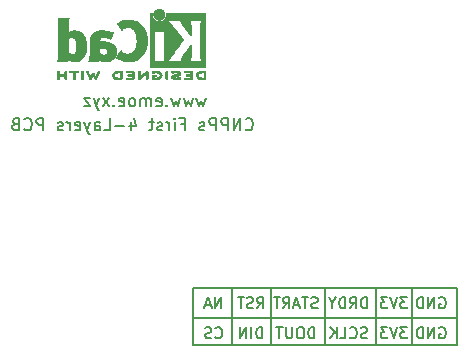
<source format=gbr>
G04 #@! TF.GenerationSoftware,KiCad,Pcbnew,(5.1.5)-2*
G04 #@! TF.CreationDate,2020-08-01T22:44:24+08:00*
G04 #@! TF.ProjectId,Module_ADS1263,4d6f6475-6c65-45f4-9144-53313236332e,rev?*
G04 #@! TF.SameCoordinates,Original*
G04 #@! TF.FileFunction,Legend,Bot*
G04 #@! TF.FilePolarity,Positive*
%FSLAX46Y46*%
G04 Gerber Fmt 4.6, Leading zero omitted, Abs format (unit mm)*
G04 Created by KiCad (PCBNEW (5.1.5)-2) date 2020-08-01 22:44:24*
%MOMM*%
%LPD*%
G04 APERTURE LIST*
%ADD10C,0.203200*%
%ADD11C,0.177800*%
%ADD12C,0.010000*%
G04 APERTURE END LIST*
D10*
X132237238Y-103994857D02*
X132285619Y-104043238D01*
X132430761Y-104091619D01*
X132527523Y-104091619D01*
X132672666Y-104043238D01*
X132769428Y-103946476D01*
X132817809Y-103849714D01*
X132866190Y-103656190D01*
X132866190Y-103511047D01*
X132817809Y-103317523D01*
X132769428Y-103220761D01*
X132672666Y-103124000D01*
X132527523Y-103075619D01*
X132430761Y-103075619D01*
X132285619Y-103124000D01*
X132237238Y-103172380D01*
X131801809Y-104091619D02*
X131801809Y-103075619D01*
X131221238Y-104091619D01*
X131221238Y-103075619D01*
X130737428Y-104091619D02*
X130737428Y-103075619D01*
X130350380Y-103075619D01*
X130253619Y-103124000D01*
X130205238Y-103172380D01*
X130156857Y-103269142D01*
X130156857Y-103414285D01*
X130205238Y-103511047D01*
X130253619Y-103559428D01*
X130350380Y-103607809D01*
X130737428Y-103607809D01*
X129721428Y-104091619D02*
X129721428Y-103075619D01*
X129334380Y-103075619D01*
X129237619Y-103124000D01*
X129189238Y-103172380D01*
X129140857Y-103269142D01*
X129140857Y-103414285D01*
X129189238Y-103511047D01*
X129237619Y-103559428D01*
X129334380Y-103607809D01*
X129721428Y-103607809D01*
X128753809Y-104043238D02*
X128657047Y-104091619D01*
X128463523Y-104091619D01*
X128366761Y-104043238D01*
X128318380Y-103946476D01*
X128318380Y-103898095D01*
X128366761Y-103801333D01*
X128463523Y-103752952D01*
X128608666Y-103752952D01*
X128705428Y-103704571D01*
X128753809Y-103607809D01*
X128753809Y-103559428D01*
X128705428Y-103462666D01*
X128608666Y-103414285D01*
X128463523Y-103414285D01*
X128366761Y-103462666D01*
X126770190Y-103559428D02*
X127108857Y-103559428D01*
X127108857Y-104091619D02*
X127108857Y-103075619D01*
X126625047Y-103075619D01*
X126238000Y-104091619D02*
X126238000Y-103414285D01*
X126238000Y-103075619D02*
X126286380Y-103124000D01*
X126238000Y-103172380D01*
X126189619Y-103124000D01*
X126238000Y-103075619D01*
X126238000Y-103172380D01*
X125754190Y-104091619D02*
X125754190Y-103414285D01*
X125754190Y-103607809D02*
X125705809Y-103511047D01*
X125657428Y-103462666D01*
X125560666Y-103414285D01*
X125463904Y-103414285D01*
X125173619Y-104043238D02*
X125076857Y-104091619D01*
X124883333Y-104091619D01*
X124786571Y-104043238D01*
X124738190Y-103946476D01*
X124738190Y-103898095D01*
X124786571Y-103801333D01*
X124883333Y-103752952D01*
X125028476Y-103752952D01*
X125125238Y-103704571D01*
X125173619Y-103607809D01*
X125173619Y-103559428D01*
X125125238Y-103462666D01*
X125028476Y-103414285D01*
X124883333Y-103414285D01*
X124786571Y-103462666D01*
X124447904Y-103414285D02*
X124060857Y-103414285D01*
X124302761Y-103075619D02*
X124302761Y-103946476D01*
X124254380Y-104043238D01*
X124157619Y-104091619D01*
X124060857Y-104091619D01*
X122512666Y-103414285D02*
X122512666Y-104091619D01*
X122754571Y-103027238D02*
X122996476Y-103752952D01*
X122367523Y-103752952D01*
X121980476Y-103704571D02*
X121206380Y-103704571D01*
X120238761Y-104091619D02*
X120722571Y-104091619D01*
X120722571Y-103075619D01*
X119464666Y-104091619D02*
X119464666Y-103559428D01*
X119513047Y-103462666D01*
X119609809Y-103414285D01*
X119803333Y-103414285D01*
X119900095Y-103462666D01*
X119464666Y-104043238D02*
X119561428Y-104091619D01*
X119803333Y-104091619D01*
X119900095Y-104043238D01*
X119948476Y-103946476D01*
X119948476Y-103849714D01*
X119900095Y-103752952D01*
X119803333Y-103704571D01*
X119561428Y-103704571D01*
X119464666Y-103656190D01*
X119077619Y-103414285D02*
X118835714Y-104091619D01*
X118593809Y-103414285D02*
X118835714Y-104091619D01*
X118932476Y-104333523D01*
X118980857Y-104381904D01*
X119077619Y-104430285D01*
X117819714Y-104043238D02*
X117916476Y-104091619D01*
X118110000Y-104091619D01*
X118206761Y-104043238D01*
X118255142Y-103946476D01*
X118255142Y-103559428D01*
X118206761Y-103462666D01*
X118110000Y-103414285D01*
X117916476Y-103414285D01*
X117819714Y-103462666D01*
X117771333Y-103559428D01*
X117771333Y-103656190D01*
X118255142Y-103752952D01*
X117335904Y-104091619D02*
X117335904Y-103414285D01*
X117335904Y-103607809D02*
X117287523Y-103511047D01*
X117239142Y-103462666D01*
X117142380Y-103414285D01*
X117045619Y-103414285D01*
X116755333Y-104043238D02*
X116658571Y-104091619D01*
X116465047Y-104091619D01*
X116368285Y-104043238D01*
X116319904Y-103946476D01*
X116319904Y-103898095D01*
X116368285Y-103801333D01*
X116465047Y-103752952D01*
X116610190Y-103752952D01*
X116706952Y-103704571D01*
X116755333Y-103607809D01*
X116755333Y-103559428D01*
X116706952Y-103462666D01*
X116610190Y-103414285D01*
X116465047Y-103414285D01*
X116368285Y-103462666D01*
X115110380Y-104091619D02*
X115110380Y-103075619D01*
X114723333Y-103075619D01*
X114626571Y-103124000D01*
X114578190Y-103172380D01*
X114529809Y-103269142D01*
X114529809Y-103414285D01*
X114578190Y-103511047D01*
X114626571Y-103559428D01*
X114723333Y-103607809D01*
X115110380Y-103607809D01*
X113513809Y-103994857D02*
X113562190Y-104043238D01*
X113707333Y-104091619D01*
X113804095Y-104091619D01*
X113949238Y-104043238D01*
X114046000Y-103946476D01*
X114094380Y-103849714D01*
X114142761Y-103656190D01*
X114142761Y-103511047D01*
X114094380Y-103317523D01*
X114046000Y-103220761D01*
X113949238Y-103124000D01*
X113804095Y-103075619D01*
X113707333Y-103075619D01*
X113562190Y-103124000D01*
X113513809Y-103172380D01*
X112739714Y-103559428D02*
X112594571Y-103607809D01*
X112546190Y-103656190D01*
X112497809Y-103752952D01*
X112497809Y-103898095D01*
X112546190Y-103994857D01*
X112594571Y-104043238D01*
X112691333Y-104091619D01*
X113078380Y-104091619D01*
X113078380Y-103075619D01*
X112739714Y-103075619D01*
X112642952Y-103124000D01*
X112594571Y-103172380D01*
X112546190Y-103269142D01*
X112546190Y-103365904D01*
X112594571Y-103462666D01*
X112642952Y-103511047D01*
X112739714Y-103559428D01*
X113078380Y-103559428D01*
X128850571Y-101382285D02*
X128657047Y-102059619D01*
X128463523Y-101575809D01*
X128270000Y-102059619D01*
X128076476Y-101382285D01*
X127786190Y-101382285D02*
X127592666Y-102059619D01*
X127399142Y-101575809D01*
X127205619Y-102059619D01*
X127012095Y-101382285D01*
X126721809Y-101382285D02*
X126528285Y-102059619D01*
X126334761Y-101575809D01*
X126141238Y-102059619D01*
X125947714Y-101382285D01*
X125560666Y-101962857D02*
X125512285Y-102011238D01*
X125560666Y-102059619D01*
X125609047Y-102011238D01*
X125560666Y-101962857D01*
X125560666Y-102059619D01*
X124689809Y-102011238D02*
X124786571Y-102059619D01*
X124980095Y-102059619D01*
X125076857Y-102011238D01*
X125125238Y-101914476D01*
X125125238Y-101527428D01*
X125076857Y-101430666D01*
X124980095Y-101382285D01*
X124786571Y-101382285D01*
X124689809Y-101430666D01*
X124641428Y-101527428D01*
X124641428Y-101624190D01*
X125125238Y-101720952D01*
X124206000Y-102059619D02*
X124206000Y-101382285D01*
X124206000Y-101479047D02*
X124157619Y-101430666D01*
X124060857Y-101382285D01*
X123915714Y-101382285D01*
X123818952Y-101430666D01*
X123770571Y-101527428D01*
X123770571Y-102059619D01*
X123770571Y-101527428D02*
X123722190Y-101430666D01*
X123625428Y-101382285D01*
X123480285Y-101382285D01*
X123383523Y-101430666D01*
X123335142Y-101527428D01*
X123335142Y-102059619D01*
X122706190Y-102059619D02*
X122802952Y-102011238D01*
X122851333Y-101962857D01*
X122899714Y-101866095D01*
X122899714Y-101575809D01*
X122851333Y-101479047D01*
X122802952Y-101430666D01*
X122706190Y-101382285D01*
X122561047Y-101382285D01*
X122464285Y-101430666D01*
X122415904Y-101479047D01*
X122367523Y-101575809D01*
X122367523Y-101866095D01*
X122415904Y-101962857D01*
X122464285Y-102011238D01*
X122561047Y-102059619D01*
X122706190Y-102059619D01*
X121545047Y-102011238D02*
X121641809Y-102059619D01*
X121835333Y-102059619D01*
X121932095Y-102011238D01*
X121980476Y-101914476D01*
X121980476Y-101527428D01*
X121932095Y-101430666D01*
X121835333Y-101382285D01*
X121641809Y-101382285D01*
X121545047Y-101430666D01*
X121496666Y-101527428D01*
X121496666Y-101624190D01*
X121980476Y-101720952D01*
X121061238Y-101962857D02*
X121012857Y-102011238D01*
X121061238Y-102059619D01*
X121109619Y-102011238D01*
X121061238Y-101962857D01*
X121061238Y-102059619D01*
X120674190Y-102059619D02*
X120142000Y-101382285D01*
X120674190Y-101382285D02*
X120142000Y-102059619D01*
X119851714Y-101382285D02*
X119609809Y-102059619D01*
X119367904Y-101382285D02*
X119609809Y-102059619D01*
X119706571Y-102301523D01*
X119754952Y-102349904D01*
X119851714Y-102398285D01*
X119077619Y-101382285D02*
X118545428Y-101382285D01*
X119077619Y-102059619D01*
X118545428Y-102059619D01*
X146304000Y-117475000D02*
X146304000Y-122301000D01*
X143256000Y-117475000D02*
X143256000Y-122301000D01*
X138938000Y-117475000D02*
X138938000Y-122301000D01*
X134366000Y-117475000D02*
X134366000Y-122301000D01*
X131064000Y-117475000D02*
X131064000Y-122301000D01*
X127762000Y-122301000D02*
X127762000Y-117475000D01*
X150114000Y-122301000D02*
X127762000Y-122301000D01*
X150114000Y-117475000D02*
X150114000Y-122301000D01*
X127762000Y-117475000D02*
X150114000Y-117475000D01*
X127762000Y-120015000D02*
X150114000Y-120015000D01*
D11*
X130193142Y-119158657D02*
X130193142Y-118244257D01*
X129670628Y-119158657D01*
X129670628Y-118244257D01*
X129278742Y-118897400D02*
X128843314Y-118897400D01*
X129365828Y-119158657D02*
X129061028Y-118244257D01*
X128756228Y-119158657D01*
X129692400Y-121611571D02*
X129735942Y-121655114D01*
X129866571Y-121698657D01*
X129953657Y-121698657D01*
X130084285Y-121655114D01*
X130171371Y-121568028D01*
X130214914Y-121480942D01*
X130258457Y-121306771D01*
X130258457Y-121176142D01*
X130214914Y-121001971D01*
X130171371Y-120914885D01*
X130084285Y-120827800D01*
X129953657Y-120784257D01*
X129866571Y-120784257D01*
X129735942Y-120827800D01*
X129692400Y-120871342D01*
X129344057Y-121655114D02*
X129213428Y-121698657D01*
X128995714Y-121698657D01*
X128908628Y-121655114D01*
X128865085Y-121611571D01*
X128821542Y-121524485D01*
X128821542Y-121437400D01*
X128865085Y-121350314D01*
X128908628Y-121306771D01*
X128995714Y-121263228D01*
X129169885Y-121219685D01*
X129256971Y-121176142D01*
X129300514Y-121132600D01*
X129344057Y-121045514D01*
X129344057Y-120958428D01*
X129300514Y-120871342D01*
X129256971Y-120827800D01*
X129169885Y-120784257D01*
X128952171Y-120784257D01*
X128821542Y-120827800D01*
X133215742Y-119158657D02*
X133520542Y-118723228D01*
X133738257Y-119158657D02*
X133738257Y-118244257D01*
X133389914Y-118244257D01*
X133302828Y-118287800D01*
X133259285Y-118331342D01*
X133215742Y-118418428D01*
X133215742Y-118549057D01*
X133259285Y-118636142D01*
X133302828Y-118679685D01*
X133389914Y-118723228D01*
X133738257Y-118723228D01*
X132867400Y-119115114D02*
X132736771Y-119158657D01*
X132519057Y-119158657D01*
X132431971Y-119115114D01*
X132388428Y-119071571D01*
X132344885Y-118984485D01*
X132344885Y-118897400D01*
X132388428Y-118810314D01*
X132431971Y-118766771D01*
X132519057Y-118723228D01*
X132693228Y-118679685D01*
X132780314Y-118636142D01*
X132823857Y-118592600D01*
X132867400Y-118505514D01*
X132867400Y-118418428D01*
X132823857Y-118331342D01*
X132780314Y-118287800D01*
X132693228Y-118244257D01*
X132475514Y-118244257D01*
X132344885Y-118287800D01*
X132083628Y-118244257D02*
X131561114Y-118244257D01*
X131822371Y-119158657D02*
X131822371Y-118244257D01*
X133651171Y-121698657D02*
X133651171Y-120784257D01*
X133433457Y-120784257D01*
X133302828Y-120827800D01*
X133215742Y-120914885D01*
X133172200Y-121001971D01*
X133128657Y-121176142D01*
X133128657Y-121306771D01*
X133172200Y-121480942D01*
X133215742Y-121568028D01*
X133302828Y-121655114D01*
X133433457Y-121698657D01*
X133651171Y-121698657D01*
X132736771Y-121698657D02*
X132736771Y-120784257D01*
X132301342Y-121698657D02*
X132301342Y-120784257D01*
X131778828Y-121698657D01*
X131778828Y-120784257D01*
X138332028Y-119115114D02*
X138201400Y-119158657D01*
X137983685Y-119158657D01*
X137896600Y-119115114D01*
X137853057Y-119071571D01*
X137809514Y-118984485D01*
X137809514Y-118897400D01*
X137853057Y-118810314D01*
X137896600Y-118766771D01*
X137983685Y-118723228D01*
X138157857Y-118679685D01*
X138244942Y-118636142D01*
X138288485Y-118592600D01*
X138332028Y-118505514D01*
X138332028Y-118418428D01*
X138288485Y-118331342D01*
X138244942Y-118287800D01*
X138157857Y-118244257D01*
X137940142Y-118244257D01*
X137809514Y-118287800D01*
X137548257Y-118244257D02*
X137025742Y-118244257D01*
X137287000Y-119158657D02*
X137287000Y-118244257D01*
X136764485Y-118897400D02*
X136329057Y-118897400D01*
X136851571Y-119158657D02*
X136546771Y-118244257D01*
X136241971Y-119158657D01*
X135414657Y-119158657D02*
X135719457Y-118723228D01*
X135937171Y-119158657D02*
X135937171Y-118244257D01*
X135588828Y-118244257D01*
X135501742Y-118287800D01*
X135458200Y-118331342D01*
X135414657Y-118418428D01*
X135414657Y-118549057D01*
X135458200Y-118636142D01*
X135501742Y-118679685D01*
X135588828Y-118723228D01*
X135937171Y-118723228D01*
X135153400Y-118244257D02*
X134630885Y-118244257D01*
X134892142Y-119158657D02*
X134892142Y-118244257D01*
X138070771Y-121698657D02*
X138070771Y-120784257D01*
X137853057Y-120784257D01*
X137722428Y-120827800D01*
X137635342Y-120914885D01*
X137591800Y-121001971D01*
X137548257Y-121176142D01*
X137548257Y-121306771D01*
X137591800Y-121480942D01*
X137635342Y-121568028D01*
X137722428Y-121655114D01*
X137853057Y-121698657D01*
X138070771Y-121698657D01*
X136982200Y-120784257D02*
X136808028Y-120784257D01*
X136720942Y-120827800D01*
X136633857Y-120914885D01*
X136590314Y-121089057D01*
X136590314Y-121393857D01*
X136633857Y-121568028D01*
X136720942Y-121655114D01*
X136808028Y-121698657D01*
X136982200Y-121698657D01*
X137069285Y-121655114D01*
X137156371Y-121568028D01*
X137199914Y-121393857D01*
X137199914Y-121089057D01*
X137156371Y-120914885D01*
X137069285Y-120827800D01*
X136982200Y-120784257D01*
X136198428Y-120784257D02*
X136198428Y-121524485D01*
X136154885Y-121611571D01*
X136111342Y-121655114D01*
X136024257Y-121698657D01*
X135850085Y-121698657D01*
X135763000Y-121655114D01*
X135719457Y-121611571D01*
X135675914Y-121524485D01*
X135675914Y-120784257D01*
X135371114Y-120784257D02*
X134848600Y-120784257D01*
X135109857Y-121698657D02*
X135109857Y-120784257D01*
X142515771Y-119158657D02*
X142515771Y-118244257D01*
X142298057Y-118244257D01*
X142167428Y-118287800D01*
X142080342Y-118374885D01*
X142036800Y-118461971D01*
X141993257Y-118636142D01*
X141993257Y-118766771D01*
X142036800Y-118940942D01*
X142080342Y-119028028D01*
X142167428Y-119115114D01*
X142298057Y-119158657D01*
X142515771Y-119158657D01*
X141078857Y-119158657D02*
X141383657Y-118723228D01*
X141601371Y-119158657D02*
X141601371Y-118244257D01*
X141253028Y-118244257D01*
X141165942Y-118287800D01*
X141122400Y-118331342D01*
X141078857Y-118418428D01*
X141078857Y-118549057D01*
X141122400Y-118636142D01*
X141165942Y-118679685D01*
X141253028Y-118723228D01*
X141601371Y-118723228D01*
X140686971Y-119158657D02*
X140686971Y-118244257D01*
X140469257Y-118244257D01*
X140338628Y-118287800D01*
X140251542Y-118374885D01*
X140208000Y-118461971D01*
X140164457Y-118636142D01*
X140164457Y-118766771D01*
X140208000Y-118940942D01*
X140251542Y-119028028D01*
X140338628Y-119115114D01*
X140469257Y-119158657D01*
X140686971Y-119158657D01*
X139598400Y-118723228D02*
X139598400Y-119158657D01*
X139903200Y-118244257D02*
X139598400Y-118723228D01*
X139293600Y-118244257D01*
X142515771Y-121655114D02*
X142385142Y-121698657D01*
X142167428Y-121698657D01*
X142080342Y-121655114D01*
X142036800Y-121611571D01*
X141993257Y-121524485D01*
X141993257Y-121437400D01*
X142036800Y-121350314D01*
X142080342Y-121306771D01*
X142167428Y-121263228D01*
X142341600Y-121219685D01*
X142428685Y-121176142D01*
X142472228Y-121132600D01*
X142515771Y-121045514D01*
X142515771Y-120958428D01*
X142472228Y-120871342D01*
X142428685Y-120827800D01*
X142341600Y-120784257D01*
X142123885Y-120784257D01*
X141993257Y-120827800D01*
X141078857Y-121611571D02*
X141122400Y-121655114D01*
X141253028Y-121698657D01*
X141340114Y-121698657D01*
X141470742Y-121655114D01*
X141557828Y-121568028D01*
X141601371Y-121480942D01*
X141644914Y-121306771D01*
X141644914Y-121176142D01*
X141601371Y-121001971D01*
X141557828Y-120914885D01*
X141470742Y-120827800D01*
X141340114Y-120784257D01*
X141253028Y-120784257D01*
X141122400Y-120827800D01*
X141078857Y-120871342D01*
X140251542Y-121698657D02*
X140686971Y-121698657D01*
X140686971Y-120784257D01*
X139946742Y-121698657D02*
X139946742Y-120784257D01*
X139424228Y-121698657D02*
X139816114Y-121176142D01*
X139424228Y-120784257D02*
X139946742Y-121306771D01*
X145912114Y-118244257D02*
X145346057Y-118244257D01*
X145650857Y-118592600D01*
X145520228Y-118592600D01*
X145433142Y-118636142D01*
X145389600Y-118679685D01*
X145346057Y-118766771D01*
X145346057Y-118984485D01*
X145389600Y-119071571D01*
X145433142Y-119115114D01*
X145520228Y-119158657D01*
X145781485Y-119158657D01*
X145868571Y-119115114D01*
X145912114Y-119071571D01*
X145084800Y-118244257D02*
X144780000Y-119158657D01*
X144475200Y-118244257D01*
X144257485Y-118244257D02*
X143691428Y-118244257D01*
X143996228Y-118592600D01*
X143865600Y-118592600D01*
X143778514Y-118636142D01*
X143734971Y-118679685D01*
X143691428Y-118766771D01*
X143691428Y-118984485D01*
X143734971Y-119071571D01*
X143778514Y-119115114D01*
X143865600Y-119158657D01*
X144126857Y-119158657D01*
X144213942Y-119115114D01*
X144257485Y-119071571D01*
X145912114Y-120784257D02*
X145346057Y-120784257D01*
X145650857Y-121132600D01*
X145520228Y-121132600D01*
X145433142Y-121176142D01*
X145389600Y-121219685D01*
X145346057Y-121306771D01*
X145346057Y-121524485D01*
X145389600Y-121611571D01*
X145433142Y-121655114D01*
X145520228Y-121698657D01*
X145781485Y-121698657D01*
X145868571Y-121655114D01*
X145912114Y-121611571D01*
X145084800Y-120784257D02*
X144780000Y-121698657D01*
X144475200Y-120784257D01*
X144257485Y-120784257D02*
X143691428Y-120784257D01*
X143996228Y-121132600D01*
X143865600Y-121132600D01*
X143778514Y-121176142D01*
X143734971Y-121219685D01*
X143691428Y-121306771D01*
X143691428Y-121524485D01*
X143734971Y-121611571D01*
X143778514Y-121655114D01*
X143865600Y-121698657D01*
X144126857Y-121698657D01*
X144213942Y-121655114D01*
X144257485Y-121611571D01*
X148651685Y-120827800D02*
X148738771Y-120784257D01*
X148869400Y-120784257D01*
X149000028Y-120827800D01*
X149087114Y-120914885D01*
X149130657Y-121001971D01*
X149174200Y-121176142D01*
X149174200Y-121306771D01*
X149130657Y-121480942D01*
X149087114Y-121568028D01*
X149000028Y-121655114D01*
X148869400Y-121698657D01*
X148782314Y-121698657D01*
X148651685Y-121655114D01*
X148608142Y-121611571D01*
X148608142Y-121306771D01*
X148782314Y-121306771D01*
X148216257Y-121698657D02*
X148216257Y-120784257D01*
X147693742Y-121698657D01*
X147693742Y-120784257D01*
X147258314Y-121698657D02*
X147258314Y-120784257D01*
X147040600Y-120784257D01*
X146909971Y-120827800D01*
X146822885Y-120914885D01*
X146779342Y-121001971D01*
X146735800Y-121176142D01*
X146735800Y-121306771D01*
X146779342Y-121480942D01*
X146822885Y-121568028D01*
X146909971Y-121655114D01*
X147040600Y-121698657D01*
X147258314Y-121698657D01*
X148651685Y-118287800D02*
X148738771Y-118244257D01*
X148869400Y-118244257D01*
X149000028Y-118287800D01*
X149087114Y-118374885D01*
X149130657Y-118461971D01*
X149174200Y-118636142D01*
X149174200Y-118766771D01*
X149130657Y-118940942D01*
X149087114Y-119028028D01*
X149000028Y-119115114D01*
X148869400Y-119158657D01*
X148782314Y-119158657D01*
X148651685Y-119115114D01*
X148608142Y-119071571D01*
X148608142Y-118766771D01*
X148782314Y-118766771D01*
X148216257Y-119158657D02*
X148216257Y-118244257D01*
X147693742Y-119158657D01*
X147693742Y-118244257D01*
X147258314Y-119158657D02*
X147258314Y-118244257D01*
X147040600Y-118244257D01*
X146909971Y-118287800D01*
X146822885Y-118374885D01*
X146779342Y-118461971D01*
X146735800Y-118636142D01*
X146735800Y-118766771D01*
X146779342Y-118940942D01*
X146822885Y-119028028D01*
X146909971Y-119115114D01*
X147040600Y-119158657D01*
X147258314Y-119158657D01*
D12*
G36*
X116326177Y-99048533D02*
G01*
X116294798Y-99070776D01*
X116267089Y-99098485D01*
X116267089Y-99407920D01*
X116267162Y-99499799D01*
X116267505Y-99571840D01*
X116268308Y-99626780D01*
X116269759Y-99667360D01*
X116272048Y-99696317D01*
X116275364Y-99716391D01*
X116279895Y-99730321D01*
X116285831Y-99740845D01*
X116290486Y-99747100D01*
X116321217Y-99771673D01*
X116356504Y-99774341D01*
X116388755Y-99759271D01*
X116399412Y-99750374D01*
X116406536Y-99738557D01*
X116410833Y-99719526D01*
X116413009Y-99688992D01*
X116413772Y-99642662D01*
X116413845Y-99606871D01*
X116413845Y-99472045D01*
X116910556Y-99472045D01*
X116910556Y-99594700D01*
X116911069Y-99650787D01*
X116913124Y-99689333D01*
X116917492Y-99715361D01*
X116924944Y-99733897D01*
X116933953Y-99747100D01*
X116964856Y-99771604D01*
X116999804Y-99774506D01*
X117033262Y-99757089D01*
X117042396Y-99747959D01*
X117048848Y-99735855D01*
X117053103Y-99717001D01*
X117055648Y-99687620D01*
X117056971Y-99643937D01*
X117057557Y-99582175D01*
X117057625Y-99568000D01*
X117058109Y-99451631D01*
X117058359Y-99355727D01*
X117058277Y-99278177D01*
X117057769Y-99216869D01*
X117056738Y-99169690D01*
X117055087Y-99134530D01*
X117052721Y-99109276D01*
X117049543Y-99091817D01*
X117045456Y-99080041D01*
X117040366Y-99071835D01*
X117034734Y-99065645D01*
X117002872Y-99045844D01*
X116969643Y-99048533D01*
X116938265Y-99070776D01*
X116925567Y-99085126D01*
X116917474Y-99100978D01*
X116912958Y-99123554D01*
X116910994Y-99158078D01*
X116910556Y-99209776D01*
X116910556Y-99325289D01*
X116413845Y-99325289D01*
X116413845Y-99206756D01*
X116413338Y-99152148D01*
X116411302Y-99115275D01*
X116406965Y-99091307D01*
X116399553Y-99075415D01*
X116391267Y-99065645D01*
X116359406Y-99045844D01*
X116326177Y-99048533D01*
G37*
X116326177Y-99048533D02*
X116294798Y-99070776D01*
X116267089Y-99098485D01*
X116267089Y-99407920D01*
X116267162Y-99499799D01*
X116267505Y-99571840D01*
X116268308Y-99626780D01*
X116269759Y-99667360D01*
X116272048Y-99696317D01*
X116275364Y-99716391D01*
X116279895Y-99730321D01*
X116285831Y-99740845D01*
X116290486Y-99747100D01*
X116321217Y-99771673D01*
X116356504Y-99774341D01*
X116388755Y-99759271D01*
X116399412Y-99750374D01*
X116406536Y-99738557D01*
X116410833Y-99719526D01*
X116413009Y-99688992D01*
X116413772Y-99642662D01*
X116413845Y-99606871D01*
X116413845Y-99472045D01*
X116910556Y-99472045D01*
X116910556Y-99594700D01*
X116911069Y-99650787D01*
X116913124Y-99689333D01*
X116917492Y-99715361D01*
X116924944Y-99733897D01*
X116933953Y-99747100D01*
X116964856Y-99771604D01*
X116999804Y-99774506D01*
X117033262Y-99757089D01*
X117042396Y-99747959D01*
X117048848Y-99735855D01*
X117053103Y-99717001D01*
X117055648Y-99687620D01*
X117056971Y-99643937D01*
X117057557Y-99582175D01*
X117057625Y-99568000D01*
X117058109Y-99451631D01*
X117058359Y-99355727D01*
X117058277Y-99278177D01*
X117057769Y-99216869D01*
X117056738Y-99169690D01*
X117055087Y-99134530D01*
X117052721Y-99109276D01*
X117049543Y-99091817D01*
X117045456Y-99080041D01*
X117040366Y-99071835D01*
X117034734Y-99065645D01*
X117002872Y-99045844D01*
X116969643Y-99048533D01*
X116938265Y-99070776D01*
X116925567Y-99085126D01*
X116917474Y-99100978D01*
X116912958Y-99123554D01*
X116910994Y-99158078D01*
X116910556Y-99209776D01*
X116910556Y-99325289D01*
X116413845Y-99325289D01*
X116413845Y-99206756D01*
X116413338Y-99152148D01*
X116411302Y-99115275D01*
X116406965Y-99091307D01*
X116399553Y-99075415D01*
X116391267Y-99065645D01*
X116359406Y-99045844D01*
X116326177Y-99048533D01*
G36*
X117591935Y-99043163D02*
G01*
X117513228Y-99043542D01*
X117452137Y-99044333D01*
X117406183Y-99045670D01*
X117372886Y-99047683D01*
X117349764Y-99050506D01*
X117334338Y-99054269D01*
X117324129Y-99059105D01*
X117319187Y-99062822D01*
X117293543Y-99095358D01*
X117290441Y-99129138D01*
X117306289Y-99159826D01*
X117316652Y-99172089D01*
X117327804Y-99180450D01*
X117343965Y-99185657D01*
X117369358Y-99188457D01*
X117408202Y-99189596D01*
X117464720Y-99189821D01*
X117475820Y-99189822D01*
X117621756Y-99189822D01*
X117621756Y-99460756D01*
X117621852Y-99546154D01*
X117622289Y-99611864D01*
X117623288Y-99660774D01*
X117625072Y-99695773D01*
X117627863Y-99719749D01*
X117631883Y-99735593D01*
X117637355Y-99746191D01*
X117644334Y-99754267D01*
X117677266Y-99774112D01*
X117711646Y-99772548D01*
X117742824Y-99749906D01*
X117745114Y-99747100D01*
X117752571Y-99736492D01*
X117758253Y-99724081D01*
X117762399Y-99706850D01*
X117765250Y-99681784D01*
X117767046Y-99645867D01*
X117768028Y-99596083D01*
X117768436Y-99529417D01*
X117768511Y-99453589D01*
X117768511Y-99189822D01*
X117907873Y-99189822D01*
X117967678Y-99189418D01*
X118009082Y-99187840D01*
X118036252Y-99184547D01*
X118053354Y-99178992D01*
X118064557Y-99170631D01*
X118065917Y-99169178D01*
X118082275Y-99135939D01*
X118080828Y-99098362D01*
X118062022Y-99065645D01*
X118054750Y-99059298D01*
X118045373Y-99054266D01*
X118031391Y-99050396D01*
X118010304Y-99047537D01*
X117979611Y-99045535D01*
X117936811Y-99044239D01*
X117879405Y-99043498D01*
X117804890Y-99043158D01*
X117710767Y-99043068D01*
X117690740Y-99043067D01*
X117591935Y-99043163D01*
G37*
X117591935Y-99043163D02*
X117513228Y-99043542D01*
X117452137Y-99044333D01*
X117406183Y-99045670D01*
X117372886Y-99047683D01*
X117349764Y-99050506D01*
X117334338Y-99054269D01*
X117324129Y-99059105D01*
X117319187Y-99062822D01*
X117293543Y-99095358D01*
X117290441Y-99129138D01*
X117306289Y-99159826D01*
X117316652Y-99172089D01*
X117327804Y-99180450D01*
X117343965Y-99185657D01*
X117369358Y-99188457D01*
X117408202Y-99189596D01*
X117464720Y-99189821D01*
X117475820Y-99189822D01*
X117621756Y-99189822D01*
X117621756Y-99460756D01*
X117621852Y-99546154D01*
X117622289Y-99611864D01*
X117623288Y-99660774D01*
X117625072Y-99695773D01*
X117627863Y-99719749D01*
X117631883Y-99735593D01*
X117637355Y-99746191D01*
X117644334Y-99754267D01*
X117677266Y-99774112D01*
X117711646Y-99772548D01*
X117742824Y-99749906D01*
X117745114Y-99747100D01*
X117752571Y-99736492D01*
X117758253Y-99724081D01*
X117762399Y-99706850D01*
X117765250Y-99681784D01*
X117767046Y-99645867D01*
X117768028Y-99596083D01*
X117768436Y-99529417D01*
X117768511Y-99453589D01*
X117768511Y-99189822D01*
X117907873Y-99189822D01*
X117967678Y-99189418D01*
X118009082Y-99187840D01*
X118036252Y-99184547D01*
X118053354Y-99178992D01*
X118064557Y-99170631D01*
X118065917Y-99169178D01*
X118082275Y-99135939D01*
X118080828Y-99098362D01*
X118062022Y-99065645D01*
X118054750Y-99059298D01*
X118045373Y-99054266D01*
X118031391Y-99050396D01*
X118010304Y-99047537D01*
X117979611Y-99045535D01*
X117936811Y-99044239D01*
X117879405Y-99043498D01*
X117804890Y-99043158D01*
X117710767Y-99043068D01*
X117690740Y-99043067D01*
X117591935Y-99043163D01*
G36*
X118366386Y-99049877D02*
G01*
X118342673Y-99064647D01*
X118316022Y-99086227D01*
X118316022Y-99407773D01*
X118316107Y-99501830D01*
X118316471Y-99575932D01*
X118317276Y-99632704D01*
X118318687Y-99674768D01*
X118320867Y-99704748D01*
X118323979Y-99725267D01*
X118328186Y-99738949D01*
X118333652Y-99748416D01*
X118337528Y-99753082D01*
X118368966Y-99773575D01*
X118404767Y-99772739D01*
X118436127Y-99755264D01*
X118462778Y-99733684D01*
X118462778Y-99086227D01*
X118436127Y-99064647D01*
X118410406Y-99048949D01*
X118389400Y-99043067D01*
X118366386Y-99049877D01*
G37*
X118366386Y-99049877D02*
X118342673Y-99064647D01*
X118316022Y-99086227D01*
X118316022Y-99407773D01*
X118316107Y-99501830D01*
X118316471Y-99575932D01*
X118317276Y-99632704D01*
X118318687Y-99674768D01*
X118320867Y-99704748D01*
X118323979Y-99725267D01*
X118328186Y-99738949D01*
X118333652Y-99748416D01*
X118337528Y-99753082D01*
X118368966Y-99773575D01*
X118404767Y-99772739D01*
X118436127Y-99755264D01*
X118462778Y-99733684D01*
X118462778Y-99086227D01*
X118436127Y-99064647D01*
X118410406Y-99048949D01*
X118389400Y-99043067D01*
X118366386Y-99049877D01*
G36*
X118810335Y-99045034D02*
G01*
X118790745Y-99052035D01*
X118789990Y-99052377D01*
X118763387Y-99072678D01*
X118748730Y-99093561D01*
X118745862Y-99103352D01*
X118746004Y-99116361D01*
X118750039Y-99134895D01*
X118758854Y-99161257D01*
X118773331Y-99197752D01*
X118794355Y-99246687D01*
X118822812Y-99310365D01*
X118859585Y-99391093D01*
X118879825Y-99435216D01*
X118916375Y-99513985D01*
X118950685Y-99586423D01*
X118981448Y-99649880D01*
X119007352Y-99701708D01*
X119027090Y-99739259D01*
X119039350Y-99759884D01*
X119041776Y-99762733D01*
X119072817Y-99775302D01*
X119107879Y-99773619D01*
X119136000Y-99758332D01*
X119137146Y-99757089D01*
X119148332Y-99740154D01*
X119167096Y-99707170D01*
X119191125Y-99662380D01*
X119218103Y-99610032D01*
X119227799Y-99590742D01*
X119300986Y-99444150D01*
X119380760Y-99603393D01*
X119409233Y-99658415D01*
X119435650Y-99706132D01*
X119457852Y-99742893D01*
X119473681Y-99765044D01*
X119479046Y-99769741D01*
X119520743Y-99776102D01*
X119555151Y-99762733D01*
X119565272Y-99748446D01*
X119582786Y-99716692D01*
X119606265Y-99670597D01*
X119634280Y-99613285D01*
X119665401Y-99547880D01*
X119698201Y-99477507D01*
X119731250Y-99405291D01*
X119763119Y-99334355D01*
X119792381Y-99267825D01*
X119817605Y-99208826D01*
X119837364Y-99160481D01*
X119850228Y-99125915D01*
X119854769Y-99108253D01*
X119854723Y-99107613D01*
X119843674Y-99085388D01*
X119821590Y-99062753D01*
X119820290Y-99061768D01*
X119793147Y-99046425D01*
X119768042Y-99046574D01*
X119758632Y-99049466D01*
X119747166Y-99055718D01*
X119734990Y-99068014D01*
X119720643Y-99088908D01*
X119702664Y-99120949D01*
X119679593Y-99166688D01*
X119649970Y-99228677D01*
X119623255Y-99285898D01*
X119592520Y-99352226D01*
X119564979Y-99411874D01*
X119542062Y-99461725D01*
X119525202Y-99498664D01*
X119515827Y-99519573D01*
X119514460Y-99522845D01*
X119508311Y-99517497D01*
X119494178Y-99495109D01*
X119473943Y-99458946D01*
X119449485Y-99412277D01*
X119439752Y-99393022D01*
X119406783Y-99328004D01*
X119381357Y-99280654D01*
X119361388Y-99248219D01*
X119344790Y-99227946D01*
X119329476Y-99217082D01*
X119313360Y-99212875D01*
X119302857Y-99212400D01*
X119284330Y-99214042D01*
X119268096Y-99220831D01*
X119251965Y-99235566D01*
X119233749Y-99261044D01*
X119211261Y-99300061D01*
X119182311Y-99355414D01*
X119166338Y-99386903D01*
X119140430Y-99437087D01*
X119117833Y-99478704D01*
X119100542Y-99508242D01*
X119090550Y-99522189D01*
X119089191Y-99522770D01*
X119082739Y-99511793D01*
X119068292Y-99483290D01*
X119047297Y-99440244D01*
X119021203Y-99385638D01*
X118991454Y-99322454D01*
X118976820Y-99291071D01*
X118938750Y-99210078D01*
X118908095Y-99147756D01*
X118883263Y-99102071D01*
X118862663Y-99070989D01*
X118844702Y-99052478D01*
X118827790Y-99044504D01*
X118810335Y-99045034D01*
G37*
X118810335Y-99045034D02*
X118790745Y-99052035D01*
X118789990Y-99052377D01*
X118763387Y-99072678D01*
X118748730Y-99093561D01*
X118745862Y-99103352D01*
X118746004Y-99116361D01*
X118750039Y-99134895D01*
X118758854Y-99161257D01*
X118773331Y-99197752D01*
X118794355Y-99246687D01*
X118822812Y-99310365D01*
X118859585Y-99391093D01*
X118879825Y-99435216D01*
X118916375Y-99513985D01*
X118950685Y-99586423D01*
X118981448Y-99649880D01*
X119007352Y-99701708D01*
X119027090Y-99739259D01*
X119039350Y-99759884D01*
X119041776Y-99762733D01*
X119072817Y-99775302D01*
X119107879Y-99773619D01*
X119136000Y-99758332D01*
X119137146Y-99757089D01*
X119148332Y-99740154D01*
X119167096Y-99707170D01*
X119191125Y-99662380D01*
X119218103Y-99610032D01*
X119227799Y-99590742D01*
X119300986Y-99444150D01*
X119380760Y-99603393D01*
X119409233Y-99658415D01*
X119435650Y-99706132D01*
X119457852Y-99742893D01*
X119473681Y-99765044D01*
X119479046Y-99769741D01*
X119520743Y-99776102D01*
X119555151Y-99762733D01*
X119565272Y-99748446D01*
X119582786Y-99716692D01*
X119606265Y-99670597D01*
X119634280Y-99613285D01*
X119665401Y-99547880D01*
X119698201Y-99477507D01*
X119731250Y-99405291D01*
X119763119Y-99334355D01*
X119792381Y-99267825D01*
X119817605Y-99208826D01*
X119837364Y-99160481D01*
X119850228Y-99125915D01*
X119854769Y-99108253D01*
X119854723Y-99107613D01*
X119843674Y-99085388D01*
X119821590Y-99062753D01*
X119820290Y-99061768D01*
X119793147Y-99046425D01*
X119768042Y-99046574D01*
X119758632Y-99049466D01*
X119747166Y-99055718D01*
X119734990Y-99068014D01*
X119720643Y-99088908D01*
X119702664Y-99120949D01*
X119679593Y-99166688D01*
X119649970Y-99228677D01*
X119623255Y-99285898D01*
X119592520Y-99352226D01*
X119564979Y-99411874D01*
X119542062Y-99461725D01*
X119525202Y-99498664D01*
X119515827Y-99519573D01*
X119514460Y-99522845D01*
X119508311Y-99517497D01*
X119494178Y-99495109D01*
X119473943Y-99458946D01*
X119449485Y-99412277D01*
X119439752Y-99393022D01*
X119406783Y-99328004D01*
X119381357Y-99280654D01*
X119361388Y-99248219D01*
X119344790Y-99227946D01*
X119329476Y-99217082D01*
X119313360Y-99212875D01*
X119302857Y-99212400D01*
X119284330Y-99214042D01*
X119268096Y-99220831D01*
X119251965Y-99235566D01*
X119233749Y-99261044D01*
X119211261Y-99300061D01*
X119182311Y-99355414D01*
X119166338Y-99386903D01*
X119140430Y-99437087D01*
X119117833Y-99478704D01*
X119100542Y-99508242D01*
X119090550Y-99522189D01*
X119089191Y-99522770D01*
X119082739Y-99511793D01*
X119068292Y-99483290D01*
X119047297Y-99440244D01*
X119021203Y-99385638D01*
X118991454Y-99322454D01*
X118976820Y-99291071D01*
X118938750Y-99210078D01*
X118908095Y-99147756D01*
X118883263Y-99102071D01*
X118862663Y-99070989D01*
X118844702Y-99052478D01*
X118827790Y-99044504D01*
X118810335Y-99045034D01*
G36*
X121536691Y-99043275D02*
G01*
X121407712Y-99047636D01*
X121298009Y-99060861D01*
X121205774Y-99083741D01*
X121129198Y-99117070D01*
X121066473Y-99161638D01*
X121015788Y-99218236D01*
X120975337Y-99287658D01*
X120974541Y-99289351D01*
X120950399Y-99351483D01*
X120941797Y-99406509D01*
X120948769Y-99461887D01*
X120971346Y-99525073D01*
X120975628Y-99534689D01*
X121004828Y-99590966D01*
X121037644Y-99634451D01*
X121079998Y-99671417D01*
X121137810Y-99708135D01*
X121141169Y-99710052D01*
X121191496Y-99734227D01*
X121248379Y-99752282D01*
X121315473Y-99764839D01*
X121396435Y-99772522D01*
X121494918Y-99775953D01*
X121529714Y-99776251D01*
X121695406Y-99776845D01*
X121718803Y-99747100D01*
X121725743Y-99737319D01*
X121731158Y-99725897D01*
X121735235Y-99710095D01*
X121738163Y-99687175D01*
X121740133Y-99654396D01*
X121740775Y-99630089D01*
X121584156Y-99630089D01*
X121490274Y-99630089D01*
X121435336Y-99628483D01*
X121378940Y-99624255D01*
X121332655Y-99618292D01*
X121329861Y-99617790D01*
X121247652Y-99595736D01*
X121183886Y-99562600D01*
X121136548Y-99516847D01*
X121103618Y-99456939D01*
X121097892Y-99441061D01*
X121092279Y-99416333D01*
X121094709Y-99391902D01*
X121106533Y-99359400D01*
X121113660Y-99343434D01*
X121137000Y-99301006D01*
X121165120Y-99271240D01*
X121196060Y-99250511D01*
X121258034Y-99223537D01*
X121337349Y-99203998D01*
X121429747Y-99192746D01*
X121496667Y-99190270D01*
X121584156Y-99189822D01*
X121584156Y-99630089D01*
X121740775Y-99630089D01*
X121741332Y-99609021D01*
X121741950Y-99548311D01*
X121742175Y-99469526D01*
X121742200Y-99407920D01*
X121742200Y-99098485D01*
X121714491Y-99070776D01*
X121702194Y-99059544D01*
X121688897Y-99051853D01*
X121670328Y-99047040D01*
X121642214Y-99044446D01*
X121600283Y-99043410D01*
X121540263Y-99043270D01*
X121536691Y-99043275D01*
G37*
X121536691Y-99043275D02*
X121407712Y-99047636D01*
X121298009Y-99060861D01*
X121205774Y-99083741D01*
X121129198Y-99117070D01*
X121066473Y-99161638D01*
X121015788Y-99218236D01*
X120975337Y-99287658D01*
X120974541Y-99289351D01*
X120950399Y-99351483D01*
X120941797Y-99406509D01*
X120948769Y-99461887D01*
X120971346Y-99525073D01*
X120975628Y-99534689D01*
X121004828Y-99590966D01*
X121037644Y-99634451D01*
X121079998Y-99671417D01*
X121137810Y-99708135D01*
X121141169Y-99710052D01*
X121191496Y-99734227D01*
X121248379Y-99752282D01*
X121315473Y-99764839D01*
X121396435Y-99772522D01*
X121494918Y-99775953D01*
X121529714Y-99776251D01*
X121695406Y-99776845D01*
X121718803Y-99747100D01*
X121725743Y-99737319D01*
X121731158Y-99725897D01*
X121735235Y-99710095D01*
X121738163Y-99687175D01*
X121740133Y-99654396D01*
X121740775Y-99630089D01*
X121584156Y-99630089D01*
X121490274Y-99630089D01*
X121435336Y-99628483D01*
X121378940Y-99624255D01*
X121332655Y-99618292D01*
X121329861Y-99617790D01*
X121247652Y-99595736D01*
X121183886Y-99562600D01*
X121136548Y-99516847D01*
X121103618Y-99456939D01*
X121097892Y-99441061D01*
X121092279Y-99416333D01*
X121094709Y-99391902D01*
X121106533Y-99359400D01*
X121113660Y-99343434D01*
X121137000Y-99301006D01*
X121165120Y-99271240D01*
X121196060Y-99250511D01*
X121258034Y-99223537D01*
X121337349Y-99203998D01*
X121429747Y-99192746D01*
X121496667Y-99190270D01*
X121584156Y-99189822D01*
X121584156Y-99630089D01*
X121740775Y-99630089D01*
X121741332Y-99609021D01*
X121741950Y-99548311D01*
X121742175Y-99469526D01*
X121742200Y-99407920D01*
X121742200Y-99098485D01*
X121714491Y-99070776D01*
X121702194Y-99059544D01*
X121688897Y-99051853D01*
X121670328Y-99047040D01*
X121642214Y-99044446D01*
X121600283Y-99043410D01*
X121540263Y-99043270D01*
X121536691Y-99043275D01*
G36*
X122324657Y-99043260D02*
G01*
X122248299Y-99044174D01*
X122189783Y-99046311D01*
X122146745Y-99050175D01*
X122116817Y-99056267D01*
X122097632Y-99065090D01*
X122086824Y-99077146D01*
X122082027Y-99092939D01*
X122080873Y-99112970D01*
X122080867Y-99115335D01*
X122081869Y-99137992D01*
X122086604Y-99155503D01*
X122097667Y-99168574D01*
X122117652Y-99177913D01*
X122149154Y-99184227D01*
X122194768Y-99188222D01*
X122257087Y-99190606D01*
X122338707Y-99192086D01*
X122363723Y-99192414D01*
X122605800Y-99195467D01*
X122609186Y-99260378D01*
X122612571Y-99325289D01*
X122444424Y-99325289D01*
X122378734Y-99325531D01*
X122331828Y-99326556D01*
X122299917Y-99328811D01*
X122279209Y-99332742D01*
X122265916Y-99338798D01*
X122256245Y-99347424D01*
X122256183Y-99347493D01*
X122238644Y-99381112D01*
X122239278Y-99417448D01*
X122257686Y-99448423D01*
X122261329Y-99451607D01*
X122274259Y-99459812D01*
X122291976Y-99465521D01*
X122318430Y-99469162D01*
X122357568Y-99471167D01*
X122413338Y-99471964D01*
X122449006Y-99472045D01*
X122611445Y-99472045D01*
X122611445Y-99630089D01*
X122364839Y-99630089D01*
X122283420Y-99630231D01*
X122221590Y-99630814D01*
X122176363Y-99632068D01*
X122144752Y-99634227D01*
X122123769Y-99637523D01*
X122110427Y-99642189D01*
X122101739Y-99648457D01*
X122099550Y-99650733D01*
X122083386Y-99682280D01*
X122082203Y-99718168D01*
X122095464Y-99749285D01*
X122105957Y-99759271D01*
X122116871Y-99764769D01*
X122133783Y-99769022D01*
X122159367Y-99772180D01*
X122196299Y-99774392D01*
X122247254Y-99775806D01*
X122314906Y-99776572D01*
X122401931Y-99776838D01*
X122421606Y-99776845D01*
X122510089Y-99776787D01*
X122578773Y-99776467D01*
X122630436Y-99775667D01*
X122667855Y-99774167D01*
X122693810Y-99771749D01*
X122711078Y-99768194D01*
X122722438Y-99763282D01*
X122730668Y-99756795D01*
X122735183Y-99752138D01*
X122741979Y-99743889D01*
X122747288Y-99733669D01*
X122751294Y-99718800D01*
X122754179Y-99696602D01*
X122756126Y-99664393D01*
X122757319Y-99619496D01*
X122757939Y-99559228D01*
X122758171Y-99480911D01*
X122758200Y-99414994D01*
X122758129Y-99322628D01*
X122757792Y-99250117D01*
X122757002Y-99194737D01*
X122755574Y-99153765D01*
X122753321Y-99124478D01*
X122750057Y-99104153D01*
X122745596Y-99090066D01*
X122739752Y-99079495D01*
X122734803Y-99072811D01*
X122711406Y-99043067D01*
X122421226Y-99043067D01*
X122324657Y-99043260D01*
G37*
X122324657Y-99043260D02*
X122248299Y-99044174D01*
X122189783Y-99046311D01*
X122146745Y-99050175D01*
X122116817Y-99056267D01*
X122097632Y-99065090D01*
X122086824Y-99077146D01*
X122082027Y-99092939D01*
X122080873Y-99112970D01*
X122080867Y-99115335D01*
X122081869Y-99137992D01*
X122086604Y-99155503D01*
X122097667Y-99168574D01*
X122117652Y-99177913D01*
X122149154Y-99184227D01*
X122194768Y-99188222D01*
X122257087Y-99190606D01*
X122338707Y-99192086D01*
X122363723Y-99192414D01*
X122605800Y-99195467D01*
X122609186Y-99260378D01*
X122612571Y-99325289D01*
X122444424Y-99325289D01*
X122378734Y-99325531D01*
X122331828Y-99326556D01*
X122299917Y-99328811D01*
X122279209Y-99332742D01*
X122265916Y-99338798D01*
X122256245Y-99347424D01*
X122256183Y-99347493D01*
X122238644Y-99381112D01*
X122239278Y-99417448D01*
X122257686Y-99448423D01*
X122261329Y-99451607D01*
X122274259Y-99459812D01*
X122291976Y-99465521D01*
X122318430Y-99469162D01*
X122357568Y-99471167D01*
X122413338Y-99471964D01*
X122449006Y-99472045D01*
X122611445Y-99472045D01*
X122611445Y-99630089D01*
X122364839Y-99630089D01*
X122283420Y-99630231D01*
X122221590Y-99630814D01*
X122176363Y-99632068D01*
X122144752Y-99634227D01*
X122123769Y-99637523D01*
X122110427Y-99642189D01*
X122101739Y-99648457D01*
X122099550Y-99650733D01*
X122083386Y-99682280D01*
X122082203Y-99718168D01*
X122095464Y-99749285D01*
X122105957Y-99759271D01*
X122116871Y-99764769D01*
X122133783Y-99769022D01*
X122159367Y-99772180D01*
X122196299Y-99774392D01*
X122247254Y-99775806D01*
X122314906Y-99776572D01*
X122401931Y-99776838D01*
X122421606Y-99776845D01*
X122510089Y-99776787D01*
X122578773Y-99776467D01*
X122630436Y-99775667D01*
X122667855Y-99774167D01*
X122693810Y-99771749D01*
X122711078Y-99768194D01*
X122722438Y-99763282D01*
X122730668Y-99756795D01*
X122735183Y-99752138D01*
X122741979Y-99743889D01*
X122747288Y-99733669D01*
X122751294Y-99718800D01*
X122754179Y-99696602D01*
X122756126Y-99664393D01*
X122757319Y-99619496D01*
X122757939Y-99559228D01*
X122758171Y-99480911D01*
X122758200Y-99414994D01*
X122758129Y-99322628D01*
X122757792Y-99250117D01*
X122757002Y-99194737D01*
X122755574Y-99153765D01*
X122753321Y-99124478D01*
X122750057Y-99104153D01*
X122745596Y-99090066D01*
X122739752Y-99079495D01*
X122734803Y-99072811D01*
X122711406Y-99043067D01*
X122421226Y-99043067D01*
X122324657Y-99043260D01*
G36*
X123855114Y-99047448D02*
G01*
X123831548Y-99061273D01*
X123800735Y-99083881D01*
X123761078Y-99116338D01*
X123710980Y-99159708D01*
X123648843Y-99215058D01*
X123573072Y-99283451D01*
X123486334Y-99362084D01*
X123305711Y-99525878D01*
X123300067Y-99306029D01*
X123298029Y-99230351D01*
X123296063Y-99173994D01*
X123293734Y-99133706D01*
X123290606Y-99106235D01*
X123286245Y-99088329D01*
X123280216Y-99076737D01*
X123272084Y-99068208D01*
X123267772Y-99064623D01*
X123233241Y-99045670D01*
X123200383Y-99048441D01*
X123174318Y-99064633D01*
X123147667Y-99086199D01*
X123144352Y-99401151D01*
X123143435Y-99493779D01*
X123142968Y-99566544D01*
X123143113Y-99622161D01*
X123144032Y-99663342D01*
X123145887Y-99692803D01*
X123148839Y-99713255D01*
X123153050Y-99727413D01*
X123158682Y-99737991D01*
X123164927Y-99746474D01*
X123178439Y-99762207D01*
X123191883Y-99772636D01*
X123207124Y-99776639D01*
X123226026Y-99773094D01*
X123250455Y-99760879D01*
X123282273Y-99738871D01*
X123323348Y-99705949D01*
X123375542Y-99660991D01*
X123440722Y-99602875D01*
X123514556Y-99536099D01*
X123779845Y-99295458D01*
X123785489Y-99514589D01*
X123787531Y-99590128D01*
X123789502Y-99646354D01*
X123791839Y-99686524D01*
X123794981Y-99713896D01*
X123799364Y-99731728D01*
X123805424Y-99743279D01*
X123813600Y-99751807D01*
X123817784Y-99755282D01*
X123854765Y-99774372D01*
X123889708Y-99771493D01*
X123920136Y-99747100D01*
X123927097Y-99737286D01*
X123932523Y-99725826D01*
X123936603Y-99709968D01*
X123939529Y-99686963D01*
X123941492Y-99654062D01*
X123942683Y-99608516D01*
X123943292Y-99547573D01*
X123943511Y-99468486D01*
X123943534Y-99409956D01*
X123943460Y-99318407D01*
X123943113Y-99246687D01*
X123942301Y-99192045D01*
X123940833Y-99151732D01*
X123938519Y-99122998D01*
X123935167Y-99103093D01*
X123930588Y-99089268D01*
X123924589Y-99078772D01*
X123920136Y-99072811D01*
X123908850Y-99058691D01*
X123898301Y-99048029D01*
X123886893Y-99041892D01*
X123873030Y-99041343D01*
X123855114Y-99047448D01*
G37*
X123855114Y-99047448D02*
X123831548Y-99061273D01*
X123800735Y-99083881D01*
X123761078Y-99116338D01*
X123710980Y-99159708D01*
X123648843Y-99215058D01*
X123573072Y-99283451D01*
X123486334Y-99362084D01*
X123305711Y-99525878D01*
X123300067Y-99306029D01*
X123298029Y-99230351D01*
X123296063Y-99173994D01*
X123293734Y-99133706D01*
X123290606Y-99106235D01*
X123286245Y-99088329D01*
X123280216Y-99076737D01*
X123272084Y-99068208D01*
X123267772Y-99064623D01*
X123233241Y-99045670D01*
X123200383Y-99048441D01*
X123174318Y-99064633D01*
X123147667Y-99086199D01*
X123144352Y-99401151D01*
X123143435Y-99493779D01*
X123142968Y-99566544D01*
X123143113Y-99622161D01*
X123144032Y-99663342D01*
X123145887Y-99692803D01*
X123148839Y-99713255D01*
X123153050Y-99727413D01*
X123158682Y-99737991D01*
X123164927Y-99746474D01*
X123178439Y-99762207D01*
X123191883Y-99772636D01*
X123207124Y-99776639D01*
X123226026Y-99773094D01*
X123250455Y-99760879D01*
X123282273Y-99738871D01*
X123323348Y-99705949D01*
X123375542Y-99660991D01*
X123440722Y-99602875D01*
X123514556Y-99536099D01*
X123779845Y-99295458D01*
X123785489Y-99514589D01*
X123787531Y-99590128D01*
X123789502Y-99646354D01*
X123791839Y-99686524D01*
X123794981Y-99713896D01*
X123799364Y-99731728D01*
X123805424Y-99743279D01*
X123813600Y-99751807D01*
X123817784Y-99755282D01*
X123854765Y-99774372D01*
X123889708Y-99771493D01*
X123920136Y-99747100D01*
X123927097Y-99737286D01*
X123932523Y-99725826D01*
X123936603Y-99709968D01*
X123939529Y-99686963D01*
X123941492Y-99654062D01*
X123942683Y-99608516D01*
X123943292Y-99547573D01*
X123943511Y-99468486D01*
X123943534Y-99409956D01*
X123943460Y-99318407D01*
X123943113Y-99246687D01*
X123942301Y-99192045D01*
X123940833Y-99151732D01*
X123938519Y-99122998D01*
X123935167Y-99103093D01*
X123930588Y-99089268D01*
X123924589Y-99078772D01*
X123920136Y-99072811D01*
X123908850Y-99058691D01*
X123898301Y-99048029D01*
X123886893Y-99041892D01*
X123873030Y-99041343D01*
X123855114Y-99047448D01*
G36*
X124505081Y-99048599D02*
G01*
X124436565Y-99060095D01*
X124383943Y-99077967D01*
X124349708Y-99101499D01*
X124340379Y-99114924D01*
X124330893Y-99146148D01*
X124337277Y-99174395D01*
X124357430Y-99201182D01*
X124388745Y-99213713D01*
X124434183Y-99212696D01*
X124469326Y-99205906D01*
X124547419Y-99192971D01*
X124627226Y-99191742D01*
X124716555Y-99202241D01*
X124741229Y-99206690D01*
X124824291Y-99230108D01*
X124889273Y-99264945D01*
X124935461Y-99310604D01*
X124962145Y-99366494D01*
X124967663Y-99395388D01*
X124964051Y-99454012D01*
X124940729Y-99505879D01*
X124899824Y-99549978D01*
X124843459Y-99585299D01*
X124773760Y-99610829D01*
X124692852Y-99625559D01*
X124602860Y-99628478D01*
X124505910Y-99618575D01*
X124500436Y-99617641D01*
X124461875Y-99610459D01*
X124440494Y-99603521D01*
X124431227Y-99593227D01*
X124429006Y-99575976D01*
X124428956Y-99566841D01*
X124428956Y-99528489D01*
X124497431Y-99528489D01*
X124557900Y-99524347D01*
X124599165Y-99511147D01*
X124623175Y-99487730D01*
X124631877Y-99452936D01*
X124631983Y-99448394D01*
X124626892Y-99418654D01*
X124609433Y-99397419D01*
X124576939Y-99383366D01*
X124526743Y-99375173D01*
X124478123Y-99372161D01*
X124407456Y-99370433D01*
X124356198Y-99373070D01*
X124321239Y-99382800D01*
X124299470Y-99402353D01*
X124287780Y-99434456D01*
X124283060Y-99481838D01*
X124282200Y-99544071D01*
X124283609Y-99613535D01*
X124287848Y-99660786D01*
X124294936Y-99686012D01*
X124296311Y-99687988D01*
X124335228Y-99719508D01*
X124392286Y-99744470D01*
X124463869Y-99762340D01*
X124546358Y-99772586D01*
X124636139Y-99774673D01*
X124729592Y-99768068D01*
X124784556Y-99759956D01*
X124870766Y-99735554D01*
X124950892Y-99695662D01*
X125017977Y-99643887D01*
X125028173Y-99633539D01*
X125061302Y-99590035D01*
X125091194Y-99536118D01*
X125114357Y-99479592D01*
X125127298Y-99428259D01*
X125128858Y-99408544D01*
X125122218Y-99367419D01*
X125104568Y-99316252D01*
X125079297Y-99262394D01*
X125049789Y-99213195D01*
X125023719Y-99180334D01*
X124962765Y-99131452D01*
X124883969Y-99092545D01*
X124790157Y-99064494D01*
X124684150Y-99048179D01*
X124587000Y-99044192D01*
X124505081Y-99048599D01*
G37*
X124505081Y-99048599D02*
X124436565Y-99060095D01*
X124383943Y-99077967D01*
X124349708Y-99101499D01*
X124340379Y-99114924D01*
X124330893Y-99146148D01*
X124337277Y-99174395D01*
X124357430Y-99201182D01*
X124388745Y-99213713D01*
X124434183Y-99212696D01*
X124469326Y-99205906D01*
X124547419Y-99192971D01*
X124627226Y-99191742D01*
X124716555Y-99202241D01*
X124741229Y-99206690D01*
X124824291Y-99230108D01*
X124889273Y-99264945D01*
X124935461Y-99310604D01*
X124962145Y-99366494D01*
X124967663Y-99395388D01*
X124964051Y-99454012D01*
X124940729Y-99505879D01*
X124899824Y-99549978D01*
X124843459Y-99585299D01*
X124773760Y-99610829D01*
X124692852Y-99625559D01*
X124602860Y-99628478D01*
X124505910Y-99618575D01*
X124500436Y-99617641D01*
X124461875Y-99610459D01*
X124440494Y-99603521D01*
X124431227Y-99593227D01*
X124429006Y-99575976D01*
X124428956Y-99566841D01*
X124428956Y-99528489D01*
X124497431Y-99528489D01*
X124557900Y-99524347D01*
X124599165Y-99511147D01*
X124623175Y-99487730D01*
X124631877Y-99452936D01*
X124631983Y-99448394D01*
X124626892Y-99418654D01*
X124609433Y-99397419D01*
X124576939Y-99383366D01*
X124526743Y-99375173D01*
X124478123Y-99372161D01*
X124407456Y-99370433D01*
X124356198Y-99373070D01*
X124321239Y-99382800D01*
X124299470Y-99402353D01*
X124287780Y-99434456D01*
X124283060Y-99481838D01*
X124282200Y-99544071D01*
X124283609Y-99613535D01*
X124287848Y-99660786D01*
X124294936Y-99686012D01*
X124296311Y-99687988D01*
X124335228Y-99719508D01*
X124392286Y-99744470D01*
X124463869Y-99762340D01*
X124546358Y-99772586D01*
X124636139Y-99774673D01*
X124729592Y-99768068D01*
X124784556Y-99759956D01*
X124870766Y-99735554D01*
X124950892Y-99695662D01*
X125017977Y-99643887D01*
X125028173Y-99633539D01*
X125061302Y-99590035D01*
X125091194Y-99536118D01*
X125114357Y-99479592D01*
X125127298Y-99428259D01*
X125128858Y-99408544D01*
X125122218Y-99367419D01*
X125104568Y-99316252D01*
X125079297Y-99262394D01*
X125049789Y-99213195D01*
X125023719Y-99180334D01*
X124962765Y-99131452D01*
X124883969Y-99092545D01*
X124790157Y-99064494D01*
X124684150Y-99048179D01*
X124587000Y-99044192D01*
X124505081Y-99048599D01*
G36*
X125478822Y-99065645D02*
G01*
X125472242Y-99073218D01*
X125467079Y-99082987D01*
X125463164Y-99097571D01*
X125460324Y-99119585D01*
X125458387Y-99151648D01*
X125457183Y-99196375D01*
X125456539Y-99256385D01*
X125456284Y-99334294D01*
X125456245Y-99409956D01*
X125456314Y-99503802D01*
X125456638Y-99577689D01*
X125457386Y-99634232D01*
X125458732Y-99676049D01*
X125460846Y-99705757D01*
X125463900Y-99725973D01*
X125468066Y-99739314D01*
X125473516Y-99748398D01*
X125478822Y-99754267D01*
X125511826Y-99773947D01*
X125546991Y-99772181D01*
X125578455Y-99750717D01*
X125585684Y-99742337D01*
X125591334Y-99732614D01*
X125595599Y-99718861D01*
X125598673Y-99698389D01*
X125600752Y-99668512D01*
X125602030Y-99626541D01*
X125602701Y-99569789D01*
X125602959Y-99495567D01*
X125603000Y-99411537D01*
X125603000Y-99098485D01*
X125575291Y-99070776D01*
X125541137Y-99047463D01*
X125508006Y-99046623D01*
X125478822Y-99065645D01*
G37*
X125478822Y-99065645D02*
X125472242Y-99073218D01*
X125467079Y-99082987D01*
X125463164Y-99097571D01*
X125460324Y-99119585D01*
X125458387Y-99151648D01*
X125457183Y-99196375D01*
X125456539Y-99256385D01*
X125456284Y-99334294D01*
X125456245Y-99409956D01*
X125456314Y-99503802D01*
X125456638Y-99577689D01*
X125457386Y-99634232D01*
X125458732Y-99676049D01*
X125460846Y-99705757D01*
X125463900Y-99725973D01*
X125468066Y-99739314D01*
X125473516Y-99748398D01*
X125478822Y-99754267D01*
X125511826Y-99773947D01*
X125546991Y-99772181D01*
X125578455Y-99750717D01*
X125585684Y-99742337D01*
X125591334Y-99732614D01*
X125595599Y-99718861D01*
X125598673Y-99698389D01*
X125600752Y-99668512D01*
X125602030Y-99626541D01*
X125602701Y-99569789D01*
X125602959Y-99495567D01*
X125603000Y-99411537D01*
X125603000Y-99098485D01*
X125575291Y-99070776D01*
X125541137Y-99047463D01*
X125508006Y-99046623D01*
X125478822Y-99065645D01*
G36*
X126246703Y-99044351D02*
G01*
X126171888Y-99049581D01*
X126102306Y-99057750D01*
X126042002Y-99068550D01*
X125995020Y-99081673D01*
X125965406Y-99096813D01*
X125960860Y-99101269D01*
X125945054Y-99135850D01*
X125949847Y-99171351D01*
X125974364Y-99201725D01*
X125975534Y-99202596D01*
X125989954Y-99211954D01*
X126005008Y-99216876D01*
X126026005Y-99217473D01*
X126058257Y-99213861D01*
X126107073Y-99206154D01*
X126111000Y-99205505D01*
X126183739Y-99196569D01*
X126262217Y-99192161D01*
X126340927Y-99192119D01*
X126414361Y-99196279D01*
X126477011Y-99204479D01*
X126523370Y-99216557D01*
X126526416Y-99217771D01*
X126560048Y-99236615D01*
X126571864Y-99255685D01*
X126562614Y-99274439D01*
X126533047Y-99292337D01*
X126483911Y-99308837D01*
X126415957Y-99323396D01*
X126370645Y-99330406D01*
X126276456Y-99343889D01*
X126201544Y-99356214D01*
X126142717Y-99368449D01*
X126096785Y-99381661D01*
X126060555Y-99396917D01*
X126030838Y-99415285D01*
X126004442Y-99437831D01*
X125983230Y-99459971D01*
X125958065Y-99490819D01*
X125945681Y-99517345D01*
X125941808Y-99550026D01*
X125941667Y-99561995D01*
X125944576Y-99601712D01*
X125956202Y-99631259D01*
X125976323Y-99657486D01*
X126017216Y-99697576D01*
X126062817Y-99728149D01*
X126116513Y-99750203D01*
X126181692Y-99764735D01*
X126261744Y-99772741D01*
X126360057Y-99775218D01*
X126376289Y-99775177D01*
X126441849Y-99773818D01*
X126506866Y-99770730D01*
X126564252Y-99766356D01*
X126606922Y-99761140D01*
X126610372Y-99760541D01*
X126652796Y-99750491D01*
X126688780Y-99737796D01*
X126709150Y-99726190D01*
X126728107Y-99695572D01*
X126729427Y-99659918D01*
X126713085Y-99628144D01*
X126709429Y-99624551D01*
X126694315Y-99613876D01*
X126675415Y-99609276D01*
X126646162Y-99610059D01*
X126610651Y-99614127D01*
X126570970Y-99617762D01*
X126515345Y-99620828D01*
X126450406Y-99623053D01*
X126382785Y-99624164D01*
X126365000Y-99624237D01*
X126297128Y-99623964D01*
X126247454Y-99622646D01*
X126211610Y-99619827D01*
X126185224Y-99615050D01*
X126163926Y-99607857D01*
X126151126Y-99601867D01*
X126123000Y-99585233D01*
X126105068Y-99570168D01*
X126102447Y-99565897D01*
X126107976Y-99548263D01*
X126134260Y-99531192D01*
X126179478Y-99515458D01*
X126241808Y-99501838D01*
X126260171Y-99498804D01*
X126356090Y-99483738D01*
X126432641Y-99471146D01*
X126492780Y-99460111D01*
X126539460Y-99449720D01*
X126575637Y-99439056D01*
X126604265Y-99427205D01*
X126628298Y-99413251D01*
X126650692Y-99396281D01*
X126674402Y-99375378D01*
X126682380Y-99368049D01*
X126710353Y-99340699D01*
X126725160Y-99319029D01*
X126730952Y-99294232D01*
X126731889Y-99262983D01*
X126721575Y-99201705D01*
X126690752Y-99149640D01*
X126639595Y-99106958D01*
X126568283Y-99073825D01*
X126517400Y-99058964D01*
X126462100Y-99049366D01*
X126395853Y-99043936D01*
X126322706Y-99042367D01*
X126246703Y-99044351D01*
G37*
X126246703Y-99044351D02*
X126171888Y-99049581D01*
X126102306Y-99057750D01*
X126042002Y-99068550D01*
X125995020Y-99081673D01*
X125965406Y-99096813D01*
X125960860Y-99101269D01*
X125945054Y-99135850D01*
X125949847Y-99171351D01*
X125974364Y-99201725D01*
X125975534Y-99202596D01*
X125989954Y-99211954D01*
X126005008Y-99216876D01*
X126026005Y-99217473D01*
X126058257Y-99213861D01*
X126107073Y-99206154D01*
X126111000Y-99205505D01*
X126183739Y-99196569D01*
X126262217Y-99192161D01*
X126340927Y-99192119D01*
X126414361Y-99196279D01*
X126477011Y-99204479D01*
X126523370Y-99216557D01*
X126526416Y-99217771D01*
X126560048Y-99236615D01*
X126571864Y-99255685D01*
X126562614Y-99274439D01*
X126533047Y-99292337D01*
X126483911Y-99308837D01*
X126415957Y-99323396D01*
X126370645Y-99330406D01*
X126276456Y-99343889D01*
X126201544Y-99356214D01*
X126142717Y-99368449D01*
X126096785Y-99381661D01*
X126060555Y-99396917D01*
X126030838Y-99415285D01*
X126004442Y-99437831D01*
X125983230Y-99459971D01*
X125958065Y-99490819D01*
X125945681Y-99517345D01*
X125941808Y-99550026D01*
X125941667Y-99561995D01*
X125944576Y-99601712D01*
X125956202Y-99631259D01*
X125976323Y-99657486D01*
X126017216Y-99697576D01*
X126062817Y-99728149D01*
X126116513Y-99750203D01*
X126181692Y-99764735D01*
X126261744Y-99772741D01*
X126360057Y-99775218D01*
X126376289Y-99775177D01*
X126441849Y-99773818D01*
X126506866Y-99770730D01*
X126564252Y-99766356D01*
X126606922Y-99761140D01*
X126610372Y-99760541D01*
X126652796Y-99750491D01*
X126688780Y-99737796D01*
X126709150Y-99726190D01*
X126728107Y-99695572D01*
X126729427Y-99659918D01*
X126713085Y-99628144D01*
X126709429Y-99624551D01*
X126694315Y-99613876D01*
X126675415Y-99609276D01*
X126646162Y-99610059D01*
X126610651Y-99614127D01*
X126570970Y-99617762D01*
X126515345Y-99620828D01*
X126450406Y-99623053D01*
X126382785Y-99624164D01*
X126365000Y-99624237D01*
X126297128Y-99623964D01*
X126247454Y-99622646D01*
X126211610Y-99619827D01*
X126185224Y-99615050D01*
X126163926Y-99607857D01*
X126151126Y-99601867D01*
X126123000Y-99585233D01*
X126105068Y-99570168D01*
X126102447Y-99565897D01*
X126107976Y-99548263D01*
X126134260Y-99531192D01*
X126179478Y-99515458D01*
X126241808Y-99501838D01*
X126260171Y-99498804D01*
X126356090Y-99483738D01*
X126432641Y-99471146D01*
X126492780Y-99460111D01*
X126539460Y-99449720D01*
X126575637Y-99439056D01*
X126604265Y-99427205D01*
X126628298Y-99413251D01*
X126650692Y-99396281D01*
X126674402Y-99375378D01*
X126682380Y-99368049D01*
X126710353Y-99340699D01*
X126725160Y-99319029D01*
X126730952Y-99294232D01*
X126731889Y-99262983D01*
X126721575Y-99201705D01*
X126690752Y-99149640D01*
X126639595Y-99106958D01*
X126568283Y-99073825D01*
X126517400Y-99058964D01*
X126462100Y-99049366D01*
X126395853Y-99043936D01*
X126322706Y-99042367D01*
X126246703Y-99044351D01*
G36*
X127267794Y-99043146D02*
G01*
X127198386Y-99043518D01*
X127145997Y-99044385D01*
X127107847Y-99045946D01*
X127081159Y-99048403D01*
X127063153Y-99051957D01*
X127051049Y-99056810D01*
X127042069Y-99063161D01*
X127038818Y-99066084D01*
X127019043Y-99097142D01*
X127015482Y-99132828D01*
X127028491Y-99164510D01*
X127034506Y-99170913D01*
X127044235Y-99177121D01*
X127059901Y-99181910D01*
X127084408Y-99185514D01*
X127120661Y-99188164D01*
X127171565Y-99190095D01*
X127240026Y-99191539D01*
X127302617Y-99192418D01*
X127550334Y-99195467D01*
X127553719Y-99260378D01*
X127557105Y-99325289D01*
X127388958Y-99325289D01*
X127315959Y-99325919D01*
X127262517Y-99328553D01*
X127225628Y-99334309D01*
X127202288Y-99344304D01*
X127189494Y-99359656D01*
X127184242Y-99381482D01*
X127183445Y-99401738D01*
X127185923Y-99426592D01*
X127195277Y-99444906D01*
X127214383Y-99457637D01*
X127246118Y-99465741D01*
X127293359Y-99470176D01*
X127358983Y-99471899D01*
X127394801Y-99472045D01*
X127555978Y-99472045D01*
X127555978Y-99630089D01*
X127307622Y-99630089D01*
X127226213Y-99630202D01*
X127164342Y-99630712D01*
X127118968Y-99631870D01*
X127087054Y-99633930D01*
X127065559Y-99637146D01*
X127051443Y-99641772D01*
X127041668Y-99648059D01*
X127036689Y-99652667D01*
X127019610Y-99679560D01*
X127014111Y-99703467D01*
X127021963Y-99732667D01*
X127036689Y-99754267D01*
X127044546Y-99761066D01*
X127054688Y-99766346D01*
X127069844Y-99770298D01*
X127092741Y-99773113D01*
X127126109Y-99774982D01*
X127172675Y-99776098D01*
X127235167Y-99776651D01*
X127316314Y-99776833D01*
X127358422Y-99776845D01*
X127448598Y-99776765D01*
X127518924Y-99776398D01*
X127572129Y-99775552D01*
X127610940Y-99774036D01*
X127638087Y-99771659D01*
X127656298Y-99768229D01*
X127668300Y-99763554D01*
X127676822Y-99757444D01*
X127680156Y-99754267D01*
X127686755Y-99746670D01*
X127691927Y-99736870D01*
X127695846Y-99722239D01*
X127698684Y-99700152D01*
X127700615Y-99667982D01*
X127701812Y-99623103D01*
X127702448Y-99562889D01*
X127702697Y-99484713D01*
X127702734Y-99411923D01*
X127702700Y-99318707D01*
X127702465Y-99245431D01*
X127701830Y-99189458D01*
X127700594Y-99148151D01*
X127698556Y-99118872D01*
X127695517Y-99098984D01*
X127691277Y-99085850D01*
X127685635Y-99076832D01*
X127678391Y-99069293D01*
X127676606Y-99067612D01*
X127667945Y-99060172D01*
X127657882Y-99054409D01*
X127643625Y-99050112D01*
X127622383Y-99047064D01*
X127591364Y-99045051D01*
X127547777Y-99043860D01*
X127488831Y-99043275D01*
X127411734Y-99043083D01*
X127357001Y-99043067D01*
X127267794Y-99043146D01*
G37*
X127267794Y-99043146D02*
X127198386Y-99043518D01*
X127145997Y-99044385D01*
X127107847Y-99045946D01*
X127081159Y-99048403D01*
X127063153Y-99051957D01*
X127051049Y-99056810D01*
X127042069Y-99063161D01*
X127038818Y-99066084D01*
X127019043Y-99097142D01*
X127015482Y-99132828D01*
X127028491Y-99164510D01*
X127034506Y-99170913D01*
X127044235Y-99177121D01*
X127059901Y-99181910D01*
X127084408Y-99185514D01*
X127120661Y-99188164D01*
X127171565Y-99190095D01*
X127240026Y-99191539D01*
X127302617Y-99192418D01*
X127550334Y-99195467D01*
X127553719Y-99260378D01*
X127557105Y-99325289D01*
X127388958Y-99325289D01*
X127315959Y-99325919D01*
X127262517Y-99328553D01*
X127225628Y-99334309D01*
X127202288Y-99344304D01*
X127189494Y-99359656D01*
X127184242Y-99381482D01*
X127183445Y-99401738D01*
X127185923Y-99426592D01*
X127195277Y-99444906D01*
X127214383Y-99457637D01*
X127246118Y-99465741D01*
X127293359Y-99470176D01*
X127358983Y-99471899D01*
X127394801Y-99472045D01*
X127555978Y-99472045D01*
X127555978Y-99630089D01*
X127307622Y-99630089D01*
X127226213Y-99630202D01*
X127164342Y-99630712D01*
X127118968Y-99631870D01*
X127087054Y-99633930D01*
X127065559Y-99637146D01*
X127051443Y-99641772D01*
X127041668Y-99648059D01*
X127036689Y-99652667D01*
X127019610Y-99679560D01*
X127014111Y-99703467D01*
X127021963Y-99732667D01*
X127036689Y-99754267D01*
X127044546Y-99761066D01*
X127054688Y-99766346D01*
X127069844Y-99770298D01*
X127092741Y-99773113D01*
X127126109Y-99774982D01*
X127172675Y-99776098D01*
X127235167Y-99776651D01*
X127316314Y-99776833D01*
X127358422Y-99776845D01*
X127448598Y-99776765D01*
X127518924Y-99776398D01*
X127572129Y-99775552D01*
X127610940Y-99774036D01*
X127638087Y-99771659D01*
X127656298Y-99768229D01*
X127668300Y-99763554D01*
X127676822Y-99757444D01*
X127680156Y-99754267D01*
X127686755Y-99746670D01*
X127691927Y-99736870D01*
X127695846Y-99722239D01*
X127698684Y-99700152D01*
X127700615Y-99667982D01*
X127701812Y-99623103D01*
X127702448Y-99562889D01*
X127702697Y-99484713D01*
X127702734Y-99411923D01*
X127702700Y-99318707D01*
X127702465Y-99245431D01*
X127701830Y-99189458D01*
X127700594Y-99148151D01*
X127698556Y-99118872D01*
X127695517Y-99098984D01*
X127691277Y-99085850D01*
X127685635Y-99076832D01*
X127678391Y-99069293D01*
X127676606Y-99067612D01*
X127667945Y-99060172D01*
X127657882Y-99054409D01*
X127643625Y-99050112D01*
X127622383Y-99047064D01*
X127591364Y-99045051D01*
X127547777Y-99043860D01*
X127488831Y-99043275D01*
X127411734Y-99043083D01*
X127357001Y-99043067D01*
X127267794Y-99043146D01*
G36*
X128676371Y-99043066D02*
G01*
X128636889Y-99043467D01*
X128521200Y-99046259D01*
X128424311Y-99054550D01*
X128342919Y-99069232D01*
X128273723Y-99091193D01*
X128213420Y-99121322D01*
X128158708Y-99160510D01*
X128139167Y-99177532D01*
X128106750Y-99217363D01*
X128077520Y-99271413D01*
X128054991Y-99331323D01*
X128042679Y-99388739D01*
X128041400Y-99409956D01*
X128049417Y-99468769D01*
X128070899Y-99533013D01*
X128101999Y-99593821D01*
X128138866Y-99642330D01*
X128144854Y-99648182D01*
X128195579Y-99689321D01*
X128251125Y-99721435D01*
X128314696Y-99745365D01*
X128389494Y-99761953D01*
X128478722Y-99772041D01*
X128585582Y-99776469D01*
X128634528Y-99776845D01*
X128696762Y-99776545D01*
X128740528Y-99775292D01*
X128769931Y-99772554D01*
X128789079Y-99767801D01*
X128802077Y-99760501D01*
X128809045Y-99754267D01*
X128815626Y-99746694D01*
X128820788Y-99736924D01*
X128824703Y-99722340D01*
X128827543Y-99700326D01*
X128829480Y-99668264D01*
X128830684Y-99623536D01*
X128831328Y-99563526D01*
X128831583Y-99485617D01*
X128831622Y-99409956D01*
X128831870Y-99309041D01*
X128831817Y-99228427D01*
X128830857Y-99189822D01*
X128684867Y-99189822D01*
X128684867Y-99630089D01*
X128591734Y-99630004D01*
X128535693Y-99628396D01*
X128476999Y-99624256D01*
X128428028Y-99618464D01*
X128426538Y-99618226D01*
X128347392Y-99599090D01*
X128286002Y-99569287D01*
X128239305Y-99526878D01*
X128209635Y-99480961D01*
X128191353Y-99430026D01*
X128192771Y-99382200D01*
X128213988Y-99330933D01*
X128255489Y-99277899D01*
X128312998Y-99238600D01*
X128387750Y-99212331D01*
X128437708Y-99203035D01*
X128494416Y-99196507D01*
X128554519Y-99191782D01*
X128605639Y-99189817D01*
X128608667Y-99189808D01*
X128684867Y-99189822D01*
X128830857Y-99189822D01*
X128830260Y-99165851D01*
X128825998Y-99119055D01*
X128817830Y-99085778D01*
X128804556Y-99063759D01*
X128784974Y-99050739D01*
X128757883Y-99044457D01*
X128722082Y-99042653D01*
X128676371Y-99043066D01*
G37*
X128676371Y-99043066D02*
X128636889Y-99043467D01*
X128521200Y-99046259D01*
X128424311Y-99054550D01*
X128342919Y-99069232D01*
X128273723Y-99091193D01*
X128213420Y-99121322D01*
X128158708Y-99160510D01*
X128139167Y-99177532D01*
X128106750Y-99217363D01*
X128077520Y-99271413D01*
X128054991Y-99331323D01*
X128042679Y-99388739D01*
X128041400Y-99409956D01*
X128049417Y-99468769D01*
X128070899Y-99533013D01*
X128101999Y-99593821D01*
X128138866Y-99642330D01*
X128144854Y-99648182D01*
X128195579Y-99689321D01*
X128251125Y-99721435D01*
X128314696Y-99745365D01*
X128389494Y-99761953D01*
X128478722Y-99772041D01*
X128585582Y-99776469D01*
X128634528Y-99776845D01*
X128696762Y-99776545D01*
X128740528Y-99775292D01*
X128769931Y-99772554D01*
X128789079Y-99767801D01*
X128802077Y-99760501D01*
X128809045Y-99754267D01*
X128815626Y-99746694D01*
X128820788Y-99736924D01*
X128824703Y-99722340D01*
X128827543Y-99700326D01*
X128829480Y-99668264D01*
X128830684Y-99623536D01*
X128831328Y-99563526D01*
X128831583Y-99485617D01*
X128831622Y-99409956D01*
X128831870Y-99309041D01*
X128831817Y-99228427D01*
X128830857Y-99189822D01*
X128684867Y-99189822D01*
X128684867Y-99630089D01*
X128591734Y-99630004D01*
X128535693Y-99628396D01*
X128476999Y-99624256D01*
X128428028Y-99618464D01*
X128426538Y-99618226D01*
X128347392Y-99599090D01*
X128286002Y-99569287D01*
X128239305Y-99526878D01*
X128209635Y-99480961D01*
X128191353Y-99430026D01*
X128192771Y-99382200D01*
X128213988Y-99330933D01*
X128255489Y-99277899D01*
X128312998Y-99238600D01*
X128387750Y-99212331D01*
X128437708Y-99203035D01*
X128494416Y-99196507D01*
X128554519Y-99191782D01*
X128605639Y-99189817D01*
X128608667Y-99189808D01*
X128684867Y-99189822D01*
X128830857Y-99189822D01*
X128830260Y-99165851D01*
X128825998Y-99119055D01*
X128817830Y-99085778D01*
X128804556Y-99063759D01*
X128784974Y-99050739D01*
X128757883Y-99044457D01*
X128722082Y-99042653D01*
X128676371Y-99043066D01*
G36*
X124828043Y-93800571D02*
G01*
X124731768Y-93824809D01*
X124645184Y-93867641D01*
X124570373Y-93927419D01*
X124509418Y-94002494D01*
X124464399Y-94091220D01*
X124438136Y-94187530D01*
X124432286Y-94284795D01*
X124447140Y-94378654D01*
X124480840Y-94466511D01*
X124531528Y-94545770D01*
X124597345Y-94613836D01*
X124676434Y-94668112D01*
X124766934Y-94706002D01*
X124818200Y-94718426D01*
X124862698Y-94725947D01*
X124896999Y-94728919D01*
X124929960Y-94727094D01*
X124970434Y-94720225D01*
X125003531Y-94713250D01*
X125096947Y-94681741D01*
X125180619Y-94630617D01*
X125252665Y-94561429D01*
X125311200Y-94475728D01*
X125325148Y-94448489D01*
X125341586Y-94412122D01*
X125351894Y-94381582D01*
X125357460Y-94349450D01*
X125359669Y-94308307D01*
X125359948Y-94262222D01*
X125355861Y-94177865D01*
X125342446Y-94108586D01*
X125317256Y-94047961D01*
X125277846Y-93989567D01*
X125239298Y-93945302D01*
X125167406Y-93879484D01*
X125092313Y-93834053D01*
X125009562Y-93806850D01*
X124931928Y-93796576D01*
X124828043Y-93800571D01*
G37*
X124828043Y-93800571D02*
X124731768Y-93824809D01*
X124645184Y-93867641D01*
X124570373Y-93927419D01*
X124509418Y-94002494D01*
X124464399Y-94091220D01*
X124438136Y-94187530D01*
X124432286Y-94284795D01*
X124447140Y-94378654D01*
X124480840Y-94466511D01*
X124531528Y-94545770D01*
X124597345Y-94613836D01*
X124676434Y-94668112D01*
X124766934Y-94706002D01*
X124818200Y-94718426D01*
X124862698Y-94725947D01*
X124896999Y-94728919D01*
X124929960Y-94727094D01*
X124970434Y-94720225D01*
X125003531Y-94713250D01*
X125096947Y-94681741D01*
X125180619Y-94630617D01*
X125252665Y-94561429D01*
X125311200Y-94475728D01*
X125325148Y-94448489D01*
X125341586Y-94412122D01*
X125351894Y-94381582D01*
X125357460Y-94349450D01*
X125359669Y-94308307D01*
X125359948Y-94262222D01*
X125355861Y-94177865D01*
X125342446Y-94108586D01*
X125317256Y-94047961D01*
X125277846Y-93989567D01*
X125239298Y-93945302D01*
X125167406Y-93879484D01*
X125092313Y-93834053D01*
X125009562Y-93806850D01*
X124931928Y-93796576D01*
X124828043Y-93800571D01*
G36*
X116368493Y-96246245D02*
G01*
X116368474Y-96480662D01*
X116368448Y-96693603D01*
X116368375Y-96886168D01*
X116368218Y-97059459D01*
X116367936Y-97214576D01*
X116367491Y-97352620D01*
X116366844Y-97474692D01*
X116365955Y-97581894D01*
X116364787Y-97675326D01*
X116363299Y-97756090D01*
X116361454Y-97825286D01*
X116359211Y-97884015D01*
X116356531Y-97933379D01*
X116353377Y-97974478D01*
X116349708Y-98008413D01*
X116345487Y-98036286D01*
X116340673Y-98059198D01*
X116335227Y-98078249D01*
X116329112Y-98094540D01*
X116322288Y-98109173D01*
X116314715Y-98123249D01*
X116306355Y-98137868D01*
X116301161Y-98146974D01*
X116266896Y-98207689D01*
X117125045Y-98207689D01*
X117125045Y-98111733D01*
X117125776Y-98068370D01*
X117127728Y-98035205D01*
X117130537Y-98017424D01*
X117131779Y-98015778D01*
X117143201Y-98022662D01*
X117165916Y-98040505D01*
X117188615Y-98059879D01*
X117243200Y-98100614D01*
X117312679Y-98141617D01*
X117389730Y-98179123D01*
X117467035Y-98209364D01*
X117497887Y-98219012D01*
X117566384Y-98233578D01*
X117649236Y-98243539D01*
X117738629Y-98248583D01*
X117826752Y-98248396D01*
X117905793Y-98242666D01*
X117943489Y-98236858D01*
X118081586Y-98198797D01*
X118208887Y-98141073D01*
X118324708Y-98064211D01*
X118428363Y-97968739D01*
X118519167Y-97855179D01*
X118585969Y-97744381D01*
X118640836Y-97627625D01*
X118682837Y-97508276D01*
X118712833Y-97382283D01*
X118731689Y-97245594D01*
X118740268Y-97094158D01*
X118740994Y-97016711D01*
X118738900Y-96959934D01*
X117909783Y-96959934D01*
X117909576Y-97053002D01*
X117906663Y-97140692D01*
X117901000Y-97217772D01*
X117892545Y-97279009D01*
X117889962Y-97291350D01*
X117858160Y-97398633D01*
X117816502Y-97485658D01*
X117764637Y-97552642D01*
X117702219Y-97599805D01*
X117628900Y-97627365D01*
X117544331Y-97635541D01*
X117448165Y-97624551D01*
X117384689Y-97608829D01*
X117335546Y-97590639D01*
X117281417Y-97564791D01*
X117240756Y-97541089D01*
X117170200Y-97494721D01*
X117170200Y-96344530D01*
X117237608Y-96300962D01*
X117316133Y-96260040D01*
X117400319Y-96233389D01*
X117485443Y-96221465D01*
X117566784Y-96224722D01*
X117639620Y-96243615D01*
X117671574Y-96259184D01*
X117729499Y-96302181D01*
X117778456Y-96358953D01*
X117819610Y-96431575D01*
X117854126Y-96522121D01*
X117883167Y-96632666D01*
X117884448Y-96638533D01*
X117894619Y-96700788D01*
X117902261Y-96778594D01*
X117907330Y-96866720D01*
X117909783Y-96959934D01*
X118738900Y-96959934D01*
X118733143Y-96803895D01*
X118711198Y-96608059D01*
X118675214Y-96429332D01*
X118625241Y-96267845D01*
X118561332Y-96123726D01*
X118483538Y-95997106D01*
X118391911Y-95888115D01*
X118286503Y-95796883D01*
X118241338Y-95765932D01*
X118140389Y-95709785D01*
X118037099Y-95670174D01*
X117927011Y-95646014D01*
X117805670Y-95636219D01*
X117713164Y-95637265D01*
X117583510Y-95648231D01*
X117470916Y-95670046D01*
X117372125Y-95703714D01*
X117283879Y-95750236D01*
X117235014Y-95784448D01*
X117205647Y-95806362D01*
X117183957Y-95821333D01*
X117175747Y-95825733D01*
X117174132Y-95814904D01*
X117172841Y-95784251D01*
X117171862Y-95736526D01*
X117171183Y-95674479D01*
X117170790Y-95600862D01*
X117170670Y-95518427D01*
X117170812Y-95429925D01*
X117171203Y-95338107D01*
X117171829Y-95245724D01*
X117172680Y-95155528D01*
X117173740Y-95070271D01*
X117174999Y-94992703D01*
X117176444Y-94925576D01*
X117178062Y-94871641D01*
X117179839Y-94833650D01*
X117180331Y-94826667D01*
X117187908Y-94756251D01*
X117199469Y-94701102D01*
X117217208Y-94653981D01*
X117243318Y-94607647D01*
X117249585Y-94598067D01*
X117274017Y-94561378D01*
X116368689Y-94561378D01*
X116368493Y-96246245D01*
G37*
X116368493Y-96246245D02*
X116368474Y-96480662D01*
X116368448Y-96693603D01*
X116368375Y-96886168D01*
X116368218Y-97059459D01*
X116367936Y-97214576D01*
X116367491Y-97352620D01*
X116366844Y-97474692D01*
X116365955Y-97581894D01*
X116364787Y-97675326D01*
X116363299Y-97756090D01*
X116361454Y-97825286D01*
X116359211Y-97884015D01*
X116356531Y-97933379D01*
X116353377Y-97974478D01*
X116349708Y-98008413D01*
X116345487Y-98036286D01*
X116340673Y-98059198D01*
X116335227Y-98078249D01*
X116329112Y-98094540D01*
X116322288Y-98109173D01*
X116314715Y-98123249D01*
X116306355Y-98137868D01*
X116301161Y-98146974D01*
X116266896Y-98207689D01*
X117125045Y-98207689D01*
X117125045Y-98111733D01*
X117125776Y-98068370D01*
X117127728Y-98035205D01*
X117130537Y-98017424D01*
X117131779Y-98015778D01*
X117143201Y-98022662D01*
X117165916Y-98040505D01*
X117188615Y-98059879D01*
X117243200Y-98100614D01*
X117312679Y-98141617D01*
X117389730Y-98179123D01*
X117467035Y-98209364D01*
X117497887Y-98219012D01*
X117566384Y-98233578D01*
X117649236Y-98243539D01*
X117738629Y-98248583D01*
X117826752Y-98248396D01*
X117905793Y-98242666D01*
X117943489Y-98236858D01*
X118081586Y-98198797D01*
X118208887Y-98141073D01*
X118324708Y-98064211D01*
X118428363Y-97968739D01*
X118519167Y-97855179D01*
X118585969Y-97744381D01*
X118640836Y-97627625D01*
X118682837Y-97508276D01*
X118712833Y-97382283D01*
X118731689Y-97245594D01*
X118740268Y-97094158D01*
X118740994Y-97016711D01*
X118738900Y-96959934D01*
X117909783Y-96959934D01*
X117909576Y-97053002D01*
X117906663Y-97140692D01*
X117901000Y-97217772D01*
X117892545Y-97279009D01*
X117889962Y-97291350D01*
X117858160Y-97398633D01*
X117816502Y-97485658D01*
X117764637Y-97552642D01*
X117702219Y-97599805D01*
X117628900Y-97627365D01*
X117544331Y-97635541D01*
X117448165Y-97624551D01*
X117384689Y-97608829D01*
X117335546Y-97590639D01*
X117281417Y-97564791D01*
X117240756Y-97541089D01*
X117170200Y-97494721D01*
X117170200Y-96344530D01*
X117237608Y-96300962D01*
X117316133Y-96260040D01*
X117400319Y-96233389D01*
X117485443Y-96221465D01*
X117566784Y-96224722D01*
X117639620Y-96243615D01*
X117671574Y-96259184D01*
X117729499Y-96302181D01*
X117778456Y-96358953D01*
X117819610Y-96431575D01*
X117854126Y-96522121D01*
X117883167Y-96632666D01*
X117884448Y-96638533D01*
X117894619Y-96700788D01*
X117902261Y-96778594D01*
X117907330Y-96866720D01*
X117909783Y-96959934D01*
X118738900Y-96959934D01*
X118733143Y-96803895D01*
X118711198Y-96608059D01*
X118675214Y-96429332D01*
X118625241Y-96267845D01*
X118561332Y-96123726D01*
X118483538Y-95997106D01*
X118391911Y-95888115D01*
X118286503Y-95796883D01*
X118241338Y-95765932D01*
X118140389Y-95709785D01*
X118037099Y-95670174D01*
X117927011Y-95646014D01*
X117805670Y-95636219D01*
X117713164Y-95637265D01*
X117583510Y-95648231D01*
X117470916Y-95670046D01*
X117372125Y-95703714D01*
X117283879Y-95750236D01*
X117235014Y-95784448D01*
X117205647Y-95806362D01*
X117183957Y-95821333D01*
X117175747Y-95825733D01*
X117174132Y-95814904D01*
X117172841Y-95784251D01*
X117171862Y-95736526D01*
X117171183Y-95674479D01*
X117170790Y-95600862D01*
X117170670Y-95518427D01*
X117170812Y-95429925D01*
X117171203Y-95338107D01*
X117171829Y-95245724D01*
X117172680Y-95155528D01*
X117173740Y-95070271D01*
X117174999Y-94992703D01*
X117176444Y-94925576D01*
X117178062Y-94871641D01*
X117179839Y-94833650D01*
X117180331Y-94826667D01*
X117187908Y-94756251D01*
X117199469Y-94701102D01*
X117217208Y-94653981D01*
X117243318Y-94607647D01*
X117249585Y-94598067D01*
X117274017Y-94561378D01*
X116368689Y-94561378D01*
X116368493Y-96246245D01*
G36*
X119881426Y-95640552D02*
G01*
X119729508Y-95660567D01*
X119594244Y-95694202D01*
X119474761Y-95741725D01*
X119370185Y-95803405D01*
X119292576Y-95866965D01*
X119223735Y-95941099D01*
X119169994Y-96020871D01*
X119127090Y-96113091D01*
X119111616Y-96156161D01*
X119098756Y-96195142D01*
X119087554Y-96231289D01*
X119077880Y-96266434D01*
X119069604Y-96302410D01*
X119062597Y-96341050D01*
X119056728Y-96384185D01*
X119051869Y-96433649D01*
X119047890Y-96491273D01*
X119044660Y-96558891D01*
X119042051Y-96638334D01*
X119039933Y-96731436D01*
X119038176Y-96840027D01*
X119036651Y-96965942D01*
X119035228Y-97111012D01*
X119033975Y-97253778D01*
X119032649Y-97409968D01*
X119031444Y-97545239D01*
X119030234Y-97661246D01*
X119028894Y-97759645D01*
X119027300Y-97842093D01*
X119025325Y-97910246D01*
X119022844Y-97965760D01*
X119019731Y-98010292D01*
X119015862Y-98045498D01*
X119011111Y-98073034D01*
X119005352Y-98094556D01*
X118998461Y-98111722D01*
X118990311Y-98126186D01*
X118980777Y-98139606D01*
X118969734Y-98153638D01*
X118965434Y-98159071D01*
X118949614Y-98181910D01*
X118942578Y-98197463D01*
X118942556Y-98197922D01*
X118953433Y-98200121D01*
X118984418Y-98202147D01*
X119033043Y-98203942D01*
X119096837Y-98205451D01*
X119173331Y-98206616D01*
X119260056Y-98207380D01*
X119354543Y-98207686D01*
X119365450Y-98207689D01*
X119788343Y-98207689D01*
X119791605Y-98111622D01*
X119794867Y-98015556D01*
X119856956Y-98066543D01*
X119954286Y-98134057D01*
X120064187Y-98188749D01*
X120150651Y-98218978D01*
X120219722Y-98233666D01*
X120303075Y-98243659D01*
X120392841Y-98248646D01*
X120481155Y-98248313D01*
X120560149Y-98242351D01*
X120596378Y-98236638D01*
X120736397Y-98198776D01*
X120862822Y-98143932D01*
X120974740Y-98072924D01*
X121071238Y-97986568D01*
X121151400Y-97885679D01*
X121214313Y-97771076D01*
X121258688Y-97644984D01*
X121271022Y-97588401D01*
X121278632Y-97526202D01*
X121282261Y-97451363D01*
X121282755Y-97417467D01*
X121282690Y-97414282D01*
X120522752Y-97414282D01*
X120513459Y-97489333D01*
X120485272Y-97553160D01*
X120436803Y-97608798D01*
X120431746Y-97613211D01*
X120383452Y-97648037D01*
X120331743Y-97670620D01*
X120271011Y-97682540D01*
X120195648Y-97685383D01*
X120177541Y-97684978D01*
X120123722Y-97682325D01*
X120083692Y-97676909D01*
X120048676Y-97666745D01*
X120009897Y-97649850D01*
X119999255Y-97644672D01*
X119938604Y-97608844D01*
X119891785Y-97566212D01*
X119879048Y-97550973D01*
X119834378Y-97494462D01*
X119834378Y-97298586D01*
X119834914Y-97219939D01*
X119836604Y-97161988D01*
X119839572Y-97122875D01*
X119843943Y-97100741D01*
X119848028Y-97094274D01*
X119863953Y-97091111D01*
X119897736Y-97088488D01*
X119944660Y-97086655D01*
X120000007Y-97085857D01*
X120008894Y-97085842D01*
X120129670Y-97091096D01*
X120232340Y-97107263D01*
X120318894Y-97134961D01*
X120391319Y-97174808D01*
X120446249Y-97221758D01*
X120490796Y-97279645D01*
X120515520Y-97342693D01*
X120522752Y-97414282D01*
X121282690Y-97414282D01*
X121280822Y-97323712D01*
X121272478Y-97244812D01*
X121256232Y-97173590D01*
X121230595Y-97102864D01*
X121206599Y-97050493D01*
X121147980Y-96955196D01*
X121069883Y-96867170D01*
X120974685Y-96788017D01*
X120864762Y-96719340D01*
X120742490Y-96662741D01*
X120610245Y-96619821D01*
X120545578Y-96604882D01*
X120409396Y-96582777D01*
X120260951Y-96568194D01*
X120109495Y-96561813D01*
X119982936Y-96563445D01*
X119821050Y-96570224D01*
X119828470Y-96511245D01*
X119847762Y-96412092D01*
X119878896Y-96331372D01*
X119922731Y-96268466D01*
X119980129Y-96222756D01*
X120051952Y-96193622D01*
X120139059Y-96180447D01*
X120242314Y-96182611D01*
X120280289Y-96186612D01*
X120421480Y-96211780D01*
X120558293Y-96252814D01*
X120652822Y-96290815D01*
X120697982Y-96310190D01*
X120736415Y-96325760D01*
X120762766Y-96335405D01*
X120770454Y-96337452D01*
X120780198Y-96328374D01*
X120796917Y-96299405D01*
X120820768Y-96250217D01*
X120851907Y-96180484D01*
X120890493Y-96089879D01*
X120897090Y-96074089D01*
X120927147Y-96001772D01*
X120954126Y-95936425D01*
X120976864Y-95880906D01*
X120994194Y-95838072D01*
X121004952Y-95810781D01*
X121008059Y-95801942D01*
X120998060Y-95797187D01*
X120971783Y-95791910D01*
X120943511Y-95788231D01*
X120913354Y-95783474D01*
X120865567Y-95774028D01*
X120804388Y-95760820D01*
X120734054Y-95744776D01*
X120658806Y-95726820D01*
X120630245Y-95719797D01*
X120525184Y-95694209D01*
X120437520Y-95674147D01*
X120362932Y-95658969D01*
X120297097Y-95648035D01*
X120235693Y-95640704D01*
X120174398Y-95636335D01*
X120108890Y-95634287D01*
X120050872Y-95633889D01*
X119881426Y-95640552D01*
G37*
X119881426Y-95640552D02*
X119729508Y-95660567D01*
X119594244Y-95694202D01*
X119474761Y-95741725D01*
X119370185Y-95803405D01*
X119292576Y-95866965D01*
X119223735Y-95941099D01*
X119169994Y-96020871D01*
X119127090Y-96113091D01*
X119111616Y-96156161D01*
X119098756Y-96195142D01*
X119087554Y-96231289D01*
X119077880Y-96266434D01*
X119069604Y-96302410D01*
X119062597Y-96341050D01*
X119056728Y-96384185D01*
X119051869Y-96433649D01*
X119047890Y-96491273D01*
X119044660Y-96558891D01*
X119042051Y-96638334D01*
X119039933Y-96731436D01*
X119038176Y-96840027D01*
X119036651Y-96965942D01*
X119035228Y-97111012D01*
X119033975Y-97253778D01*
X119032649Y-97409968D01*
X119031444Y-97545239D01*
X119030234Y-97661246D01*
X119028894Y-97759645D01*
X119027300Y-97842093D01*
X119025325Y-97910246D01*
X119022844Y-97965760D01*
X119019731Y-98010292D01*
X119015862Y-98045498D01*
X119011111Y-98073034D01*
X119005352Y-98094556D01*
X118998461Y-98111722D01*
X118990311Y-98126186D01*
X118980777Y-98139606D01*
X118969734Y-98153638D01*
X118965434Y-98159071D01*
X118949614Y-98181910D01*
X118942578Y-98197463D01*
X118942556Y-98197922D01*
X118953433Y-98200121D01*
X118984418Y-98202147D01*
X119033043Y-98203942D01*
X119096837Y-98205451D01*
X119173331Y-98206616D01*
X119260056Y-98207380D01*
X119354543Y-98207686D01*
X119365450Y-98207689D01*
X119788343Y-98207689D01*
X119791605Y-98111622D01*
X119794867Y-98015556D01*
X119856956Y-98066543D01*
X119954286Y-98134057D01*
X120064187Y-98188749D01*
X120150651Y-98218978D01*
X120219722Y-98233666D01*
X120303075Y-98243659D01*
X120392841Y-98248646D01*
X120481155Y-98248313D01*
X120560149Y-98242351D01*
X120596378Y-98236638D01*
X120736397Y-98198776D01*
X120862822Y-98143932D01*
X120974740Y-98072924D01*
X121071238Y-97986568D01*
X121151400Y-97885679D01*
X121214313Y-97771076D01*
X121258688Y-97644984D01*
X121271022Y-97588401D01*
X121278632Y-97526202D01*
X121282261Y-97451363D01*
X121282755Y-97417467D01*
X121282690Y-97414282D01*
X120522752Y-97414282D01*
X120513459Y-97489333D01*
X120485272Y-97553160D01*
X120436803Y-97608798D01*
X120431746Y-97613211D01*
X120383452Y-97648037D01*
X120331743Y-97670620D01*
X120271011Y-97682540D01*
X120195648Y-97685383D01*
X120177541Y-97684978D01*
X120123722Y-97682325D01*
X120083692Y-97676909D01*
X120048676Y-97666745D01*
X120009897Y-97649850D01*
X119999255Y-97644672D01*
X119938604Y-97608844D01*
X119891785Y-97566212D01*
X119879048Y-97550973D01*
X119834378Y-97494462D01*
X119834378Y-97298586D01*
X119834914Y-97219939D01*
X119836604Y-97161988D01*
X119839572Y-97122875D01*
X119843943Y-97100741D01*
X119848028Y-97094274D01*
X119863953Y-97091111D01*
X119897736Y-97088488D01*
X119944660Y-97086655D01*
X120000007Y-97085857D01*
X120008894Y-97085842D01*
X120129670Y-97091096D01*
X120232340Y-97107263D01*
X120318894Y-97134961D01*
X120391319Y-97174808D01*
X120446249Y-97221758D01*
X120490796Y-97279645D01*
X120515520Y-97342693D01*
X120522752Y-97414282D01*
X121282690Y-97414282D01*
X121280822Y-97323712D01*
X121272478Y-97244812D01*
X121256232Y-97173590D01*
X121230595Y-97102864D01*
X121206599Y-97050493D01*
X121147980Y-96955196D01*
X121069883Y-96867170D01*
X120974685Y-96788017D01*
X120864762Y-96719340D01*
X120742490Y-96662741D01*
X120610245Y-96619821D01*
X120545578Y-96604882D01*
X120409396Y-96582777D01*
X120260951Y-96568194D01*
X120109495Y-96561813D01*
X119982936Y-96563445D01*
X119821050Y-96570224D01*
X119828470Y-96511245D01*
X119847762Y-96412092D01*
X119878896Y-96331372D01*
X119922731Y-96268466D01*
X119980129Y-96222756D01*
X120051952Y-96193622D01*
X120139059Y-96180447D01*
X120242314Y-96182611D01*
X120280289Y-96186612D01*
X120421480Y-96211780D01*
X120558293Y-96252814D01*
X120652822Y-96290815D01*
X120697982Y-96310190D01*
X120736415Y-96325760D01*
X120762766Y-96335405D01*
X120770454Y-96337452D01*
X120780198Y-96328374D01*
X120796917Y-96299405D01*
X120820768Y-96250217D01*
X120851907Y-96180484D01*
X120890493Y-96089879D01*
X120897090Y-96074089D01*
X120927147Y-96001772D01*
X120954126Y-95936425D01*
X120976864Y-95880906D01*
X120994194Y-95838072D01*
X121004952Y-95810781D01*
X121008059Y-95801942D01*
X120998060Y-95797187D01*
X120971783Y-95791910D01*
X120943511Y-95788231D01*
X120913354Y-95783474D01*
X120865567Y-95774028D01*
X120804388Y-95760820D01*
X120734054Y-95744776D01*
X120658806Y-95726820D01*
X120630245Y-95719797D01*
X120525184Y-95694209D01*
X120437520Y-95674147D01*
X120362932Y-95658969D01*
X120297097Y-95648035D01*
X120235693Y-95640704D01*
X120174398Y-95636335D01*
X120108890Y-95634287D01*
X120050872Y-95633889D01*
X119881426Y-95640552D01*
G36*
X122226571Y-94723071D02*
G01*
X122066430Y-94744245D01*
X121902490Y-94784385D01*
X121732687Y-94843889D01*
X121554957Y-94923154D01*
X121543690Y-94928699D01*
X121485995Y-94956725D01*
X121434448Y-94980802D01*
X121392809Y-94999249D01*
X121364838Y-95010386D01*
X121355267Y-95012933D01*
X121336050Y-95017941D01*
X121331439Y-95022147D01*
X121336542Y-95032580D01*
X121352582Y-95058868D01*
X121377712Y-95098257D01*
X121410086Y-95147991D01*
X121447857Y-95205315D01*
X121489178Y-95267476D01*
X121532202Y-95331718D01*
X121575083Y-95395285D01*
X121615974Y-95455425D01*
X121653029Y-95509380D01*
X121684400Y-95554397D01*
X121708241Y-95587721D01*
X121722706Y-95606597D01*
X121724691Y-95608787D01*
X121734809Y-95604138D01*
X121757150Y-95586962D01*
X121787720Y-95560440D01*
X121803464Y-95545964D01*
X121899953Y-95470682D01*
X122006664Y-95415241D01*
X122122168Y-95380141D01*
X122245038Y-95365880D01*
X122314439Y-95367051D01*
X122435577Y-95384212D01*
X122544795Y-95420094D01*
X122642418Y-95474959D01*
X122728772Y-95549070D01*
X122804185Y-95642688D01*
X122868982Y-95756076D01*
X122906399Y-95842667D01*
X122950252Y-95978366D01*
X122982572Y-96125850D01*
X123003443Y-96281314D01*
X123012949Y-96440956D01*
X123011173Y-96600973D01*
X122998197Y-96757561D01*
X122974106Y-96906918D01*
X122938982Y-97045240D01*
X122892908Y-97168724D01*
X122876627Y-97202978D01*
X122808380Y-97317064D01*
X122727921Y-97413557D01*
X122636430Y-97491670D01*
X122535089Y-97550617D01*
X122425080Y-97589612D01*
X122307585Y-97607868D01*
X122266117Y-97609211D01*
X122144559Y-97598290D01*
X122024122Y-97565474D01*
X121906334Y-97511439D01*
X121792723Y-97436865D01*
X121701315Y-97358539D01*
X121654785Y-97314008D01*
X121473517Y-97611271D01*
X121428420Y-97685433D01*
X121387181Y-97753646D01*
X121351265Y-97813459D01*
X121322134Y-97862420D01*
X121301250Y-97898079D01*
X121290076Y-97917984D01*
X121288625Y-97921079D01*
X121296854Y-97930718D01*
X121322433Y-97947999D01*
X121362127Y-97971283D01*
X121412703Y-97998934D01*
X121470926Y-98029315D01*
X121533563Y-98060790D01*
X121597379Y-98091722D01*
X121659140Y-98120473D01*
X121715612Y-98145408D01*
X121763562Y-98164889D01*
X121787014Y-98173318D01*
X121920779Y-98211133D01*
X122058673Y-98236136D01*
X122206378Y-98249140D01*
X122333167Y-98251468D01*
X122401122Y-98250373D01*
X122466723Y-98248275D01*
X122524153Y-98245434D01*
X122567597Y-98242106D01*
X122581702Y-98240422D01*
X122720716Y-98211587D01*
X122862243Y-98166468D01*
X122999725Y-98107750D01*
X123126606Y-98038120D01*
X123204111Y-97985441D01*
X123331519Y-97877239D01*
X123449822Y-97750671D01*
X123556828Y-97608866D01*
X123650348Y-97454951D01*
X123728190Y-97292053D01*
X123772044Y-97174756D01*
X123822292Y-96991128D01*
X123855791Y-96796581D01*
X123872551Y-96595325D01*
X123872584Y-96391568D01*
X123855899Y-96189521D01*
X123822507Y-95993392D01*
X123772420Y-95807391D01*
X123768603Y-95795803D01*
X123705719Y-95633750D01*
X123628972Y-95485832D01*
X123535758Y-95347865D01*
X123423473Y-95215661D01*
X123379608Y-95170399D01*
X123243466Y-95046457D01*
X123103509Y-94943915D01*
X122957589Y-94861656D01*
X122803558Y-94798564D01*
X122639268Y-94753523D01*
X122543711Y-94736033D01*
X122384977Y-94720466D01*
X122226571Y-94723071D01*
G37*
X122226571Y-94723071D02*
X122066430Y-94744245D01*
X121902490Y-94784385D01*
X121732687Y-94843889D01*
X121554957Y-94923154D01*
X121543690Y-94928699D01*
X121485995Y-94956725D01*
X121434448Y-94980802D01*
X121392809Y-94999249D01*
X121364838Y-95010386D01*
X121355267Y-95012933D01*
X121336050Y-95017941D01*
X121331439Y-95022147D01*
X121336542Y-95032580D01*
X121352582Y-95058868D01*
X121377712Y-95098257D01*
X121410086Y-95147991D01*
X121447857Y-95205315D01*
X121489178Y-95267476D01*
X121532202Y-95331718D01*
X121575083Y-95395285D01*
X121615974Y-95455425D01*
X121653029Y-95509380D01*
X121684400Y-95554397D01*
X121708241Y-95587721D01*
X121722706Y-95606597D01*
X121724691Y-95608787D01*
X121734809Y-95604138D01*
X121757150Y-95586962D01*
X121787720Y-95560440D01*
X121803464Y-95545964D01*
X121899953Y-95470682D01*
X122006664Y-95415241D01*
X122122168Y-95380141D01*
X122245038Y-95365880D01*
X122314439Y-95367051D01*
X122435577Y-95384212D01*
X122544795Y-95420094D01*
X122642418Y-95474959D01*
X122728772Y-95549070D01*
X122804185Y-95642688D01*
X122868982Y-95756076D01*
X122906399Y-95842667D01*
X122950252Y-95978366D01*
X122982572Y-96125850D01*
X123003443Y-96281314D01*
X123012949Y-96440956D01*
X123011173Y-96600973D01*
X122998197Y-96757561D01*
X122974106Y-96906918D01*
X122938982Y-97045240D01*
X122892908Y-97168724D01*
X122876627Y-97202978D01*
X122808380Y-97317064D01*
X122727921Y-97413557D01*
X122636430Y-97491670D01*
X122535089Y-97550617D01*
X122425080Y-97589612D01*
X122307585Y-97607868D01*
X122266117Y-97609211D01*
X122144559Y-97598290D01*
X122024122Y-97565474D01*
X121906334Y-97511439D01*
X121792723Y-97436865D01*
X121701315Y-97358539D01*
X121654785Y-97314008D01*
X121473517Y-97611271D01*
X121428420Y-97685433D01*
X121387181Y-97753646D01*
X121351265Y-97813459D01*
X121322134Y-97862420D01*
X121301250Y-97898079D01*
X121290076Y-97917984D01*
X121288625Y-97921079D01*
X121296854Y-97930718D01*
X121322433Y-97947999D01*
X121362127Y-97971283D01*
X121412703Y-97998934D01*
X121470926Y-98029315D01*
X121533563Y-98060790D01*
X121597379Y-98091722D01*
X121659140Y-98120473D01*
X121715612Y-98145408D01*
X121763562Y-98164889D01*
X121787014Y-98173318D01*
X121920779Y-98211133D01*
X122058673Y-98236136D01*
X122206378Y-98249140D01*
X122333167Y-98251468D01*
X122401122Y-98250373D01*
X122466723Y-98248275D01*
X122524153Y-98245434D01*
X122567597Y-98242106D01*
X122581702Y-98240422D01*
X122720716Y-98211587D01*
X122862243Y-98166468D01*
X122999725Y-98107750D01*
X123126606Y-98038120D01*
X123204111Y-97985441D01*
X123331519Y-97877239D01*
X123449822Y-97750671D01*
X123556828Y-97608866D01*
X123650348Y-97454951D01*
X123728190Y-97292053D01*
X123772044Y-97174756D01*
X123822292Y-96991128D01*
X123855791Y-96796581D01*
X123872551Y-96595325D01*
X123872584Y-96391568D01*
X123855899Y-96189521D01*
X123822507Y-95993392D01*
X123772420Y-95807391D01*
X123768603Y-95795803D01*
X123705719Y-95633750D01*
X123628972Y-95485832D01*
X123535758Y-95347865D01*
X123423473Y-95215661D01*
X123379608Y-95170399D01*
X123243466Y-95046457D01*
X123103509Y-94943915D01*
X122957589Y-94861656D01*
X122803558Y-94798564D01*
X122639268Y-94753523D01*
X122543711Y-94736033D01*
X122384977Y-94720466D01*
X122226571Y-94723071D01*
G36*
X125501400Y-94263054D02*
G01*
X125490535Y-94376993D01*
X125458918Y-94484616D01*
X125408015Y-94583615D01*
X125339293Y-94671684D01*
X125254219Y-94746516D01*
X125157232Y-94804384D01*
X125050964Y-94844005D01*
X124943950Y-94862573D01*
X124838300Y-94861434D01*
X124736125Y-94841930D01*
X124639534Y-94805406D01*
X124550638Y-94753205D01*
X124471546Y-94686673D01*
X124404369Y-94607152D01*
X124351217Y-94515987D01*
X124314199Y-94414523D01*
X124295427Y-94304102D01*
X124293489Y-94254206D01*
X124293489Y-94166267D01*
X124241560Y-94166267D01*
X124205253Y-94169111D01*
X124178355Y-94180911D01*
X124151249Y-94204649D01*
X124112867Y-94243031D01*
X124112867Y-96434602D01*
X124112876Y-96696739D01*
X124112908Y-96937241D01*
X124112972Y-97157048D01*
X124113076Y-97357101D01*
X124113227Y-97538344D01*
X124113434Y-97701716D01*
X124113706Y-97848160D01*
X124114050Y-97978617D01*
X124114474Y-98094029D01*
X124114987Y-98195338D01*
X124115597Y-98283484D01*
X124116312Y-98359410D01*
X124117140Y-98424057D01*
X124118089Y-98478367D01*
X124119167Y-98523280D01*
X124120383Y-98559740D01*
X124121745Y-98588687D01*
X124123261Y-98611063D01*
X124124938Y-98627809D01*
X124126786Y-98639868D01*
X124128813Y-98648180D01*
X124131025Y-98653687D01*
X124132108Y-98655537D01*
X124136271Y-98662549D01*
X124139805Y-98668996D01*
X124143635Y-98674900D01*
X124148682Y-98680286D01*
X124155871Y-98685178D01*
X124166123Y-98689598D01*
X124180364Y-98693572D01*
X124199514Y-98697121D01*
X124224499Y-98700270D01*
X124256240Y-98703042D01*
X124295662Y-98705461D01*
X124343686Y-98707551D01*
X124401237Y-98709335D01*
X124469237Y-98710837D01*
X124548610Y-98712080D01*
X124640279Y-98713089D01*
X124745166Y-98713885D01*
X124864196Y-98714494D01*
X124998290Y-98714939D01*
X125148373Y-98715243D01*
X125315367Y-98715430D01*
X125500196Y-98715524D01*
X125703783Y-98715548D01*
X125927050Y-98715525D01*
X126170922Y-98715480D01*
X126436321Y-98715437D01*
X126474704Y-98715432D01*
X126741682Y-98715389D01*
X126987002Y-98715318D01*
X127211583Y-98715213D01*
X127416345Y-98715066D01*
X127602206Y-98714869D01*
X127770088Y-98714616D01*
X127920908Y-98714300D01*
X128055587Y-98713913D01*
X128175044Y-98713447D01*
X128280199Y-98712897D01*
X128371971Y-98712253D01*
X128451279Y-98711511D01*
X128519043Y-98710661D01*
X128576182Y-98709697D01*
X128623617Y-98708611D01*
X128662266Y-98707397D01*
X128693049Y-98706047D01*
X128716885Y-98704555D01*
X128734694Y-98702911D01*
X128747395Y-98701111D01*
X128755908Y-98699145D01*
X128760266Y-98697477D01*
X128768728Y-98693906D01*
X128776497Y-98691270D01*
X128783602Y-98688634D01*
X128790073Y-98685062D01*
X128795939Y-98679621D01*
X128801229Y-98671375D01*
X128805974Y-98659390D01*
X128810202Y-98642731D01*
X128813943Y-98620463D01*
X128817227Y-98591652D01*
X128820083Y-98555363D01*
X128822540Y-98510661D01*
X128824629Y-98456611D01*
X128826378Y-98392279D01*
X128827817Y-98316730D01*
X128828976Y-98229030D01*
X128829883Y-98128243D01*
X128830569Y-98013434D01*
X128831063Y-97883670D01*
X128831395Y-97738015D01*
X128831593Y-97575535D01*
X128831687Y-97395295D01*
X128831708Y-97196360D01*
X128831685Y-96977796D01*
X128831646Y-96738668D01*
X128831622Y-96478040D01*
X128831622Y-96435889D01*
X128831636Y-96172992D01*
X128831661Y-95931732D01*
X128831671Y-95711165D01*
X128831642Y-95510352D01*
X128831548Y-95328349D01*
X128831362Y-95164216D01*
X128831059Y-95017011D01*
X128830614Y-94885792D01*
X128830034Y-94775867D01*
X128527197Y-94775867D01*
X128487407Y-94833711D01*
X128476236Y-94849479D01*
X128466166Y-94863441D01*
X128457138Y-94876784D01*
X128449097Y-94890693D01*
X128441986Y-94906356D01*
X128435747Y-94924958D01*
X128430325Y-94947686D01*
X128425662Y-94975727D01*
X128421701Y-95010267D01*
X128418385Y-95052492D01*
X128415659Y-95103589D01*
X128413464Y-95164744D01*
X128411745Y-95237144D01*
X128410444Y-95321975D01*
X128409505Y-95420422D01*
X128408870Y-95533674D01*
X128408484Y-95662916D01*
X128408288Y-95809334D01*
X128408227Y-95974116D01*
X128408243Y-96158447D01*
X128408280Y-96363513D01*
X128408289Y-96486133D01*
X128408265Y-96703082D01*
X128408231Y-96898642D01*
X128408243Y-97073999D01*
X128408358Y-97230341D01*
X128408630Y-97368857D01*
X128409118Y-97490734D01*
X128409876Y-97597160D01*
X128410962Y-97689322D01*
X128412431Y-97768409D01*
X128414340Y-97835608D01*
X128416744Y-97892107D01*
X128419701Y-97939093D01*
X128423266Y-97977755D01*
X128427495Y-98009280D01*
X128432446Y-98034855D01*
X128438173Y-98055670D01*
X128444733Y-98072911D01*
X128452183Y-98087765D01*
X128460579Y-98101422D01*
X128469976Y-98115069D01*
X128480432Y-98129893D01*
X128486523Y-98138783D01*
X128525296Y-98196400D01*
X127993732Y-98196400D01*
X127870483Y-98196365D01*
X127767987Y-98196215D01*
X127684420Y-98195878D01*
X127617956Y-98195286D01*
X127566771Y-98194367D01*
X127529041Y-98193051D01*
X127502940Y-98191269D01*
X127486644Y-98188951D01*
X127478328Y-98186026D01*
X127476168Y-98182424D01*
X127478339Y-98178075D01*
X127479535Y-98176645D01*
X127504685Y-98139573D01*
X127530583Y-98086772D01*
X127554192Y-98024770D01*
X127562461Y-97998357D01*
X127567078Y-97980416D01*
X127570979Y-97959355D01*
X127574248Y-97933089D01*
X127576966Y-97899532D01*
X127579215Y-97856599D01*
X127581077Y-97802204D01*
X127582636Y-97734262D01*
X127583972Y-97650688D01*
X127585169Y-97549395D01*
X127586308Y-97428300D01*
X127586685Y-97383600D01*
X127587702Y-97258449D01*
X127588460Y-97154082D01*
X127588903Y-97068707D01*
X127588970Y-97000533D01*
X127588605Y-96947765D01*
X127587748Y-96908614D01*
X127586341Y-96881285D01*
X127584325Y-96863986D01*
X127581643Y-96854926D01*
X127578236Y-96852312D01*
X127574044Y-96854351D01*
X127569571Y-96858667D01*
X127559216Y-96871602D01*
X127537158Y-96900676D01*
X127504957Y-96943759D01*
X127464174Y-96998718D01*
X127416370Y-97063423D01*
X127363105Y-97135742D01*
X127305940Y-97213544D01*
X127246437Y-97294698D01*
X127186155Y-97377072D01*
X127126655Y-97458536D01*
X127069498Y-97536957D01*
X127016245Y-97610204D01*
X126968457Y-97676147D01*
X126927693Y-97732654D01*
X126895516Y-97777593D01*
X126873485Y-97808834D01*
X126868917Y-97815466D01*
X126845996Y-97852369D01*
X126819188Y-97900359D01*
X126793789Y-97949897D01*
X126790568Y-97956577D01*
X126768890Y-98004772D01*
X126756304Y-98042334D01*
X126750574Y-98078160D01*
X126749456Y-98120200D01*
X126750090Y-98196400D01*
X125595651Y-98196400D01*
X125686815Y-98102669D01*
X125733612Y-98052775D01*
X125783899Y-97996295D01*
X125829944Y-97942026D01*
X125850369Y-97916673D01*
X125880807Y-97877128D01*
X125920862Y-97823916D01*
X125969361Y-97758667D01*
X126025135Y-97683011D01*
X126087011Y-97598577D01*
X126153819Y-97506994D01*
X126224387Y-97409892D01*
X126297545Y-97308901D01*
X126372121Y-97205650D01*
X126446944Y-97101768D01*
X126520843Y-96998885D01*
X126592646Y-96898631D01*
X126661184Y-96802636D01*
X126725284Y-96712527D01*
X126783775Y-96629936D01*
X126835486Y-96556492D01*
X126879247Y-96493824D01*
X126913885Y-96443561D01*
X126938230Y-96407334D01*
X126951111Y-96386771D01*
X126952869Y-96382668D01*
X126944910Y-96371342D01*
X126924115Y-96344162D01*
X126891847Y-96302829D01*
X126849470Y-96249044D01*
X126798347Y-96184506D01*
X126739841Y-96110918D01*
X126675314Y-96029978D01*
X126606131Y-95943388D01*
X126533653Y-95852848D01*
X126459246Y-95760060D01*
X126399517Y-95685702D01*
X125388511Y-95685702D01*
X125382602Y-95698659D01*
X125368272Y-95720908D01*
X125367225Y-95722391D01*
X125348438Y-95752544D01*
X125328791Y-95789375D01*
X125324892Y-95797511D01*
X125321356Y-95805940D01*
X125318230Y-95816059D01*
X125315486Y-95829260D01*
X125313092Y-95846938D01*
X125311019Y-95870484D01*
X125309235Y-95901293D01*
X125307712Y-95940757D01*
X125306419Y-95990269D01*
X125305326Y-96051223D01*
X125304403Y-96125011D01*
X125303619Y-96213028D01*
X125302945Y-96316665D01*
X125302350Y-96437316D01*
X125301805Y-96576374D01*
X125301279Y-96735232D01*
X125300745Y-96914089D01*
X125300206Y-97099207D01*
X125299772Y-97263145D01*
X125299509Y-97407303D01*
X125299484Y-97533079D01*
X125299765Y-97641871D01*
X125300419Y-97735077D01*
X125301514Y-97814097D01*
X125303118Y-97880328D01*
X125305297Y-97935170D01*
X125308119Y-97980021D01*
X125311651Y-98016278D01*
X125315961Y-98045341D01*
X125321117Y-98068609D01*
X125327185Y-98087479D01*
X125334233Y-98103351D01*
X125342329Y-98117622D01*
X125351540Y-98131691D01*
X125360040Y-98144158D01*
X125377176Y-98170452D01*
X125387322Y-98188037D01*
X125388511Y-98191257D01*
X125377604Y-98192334D01*
X125346411Y-98193335D01*
X125297223Y-98194235D01*
X125232333Y-98195010D01*
X125154030Y-98195637D01*
X125064607Y-98196091D01*
X124966356Y-98196349D01*
X124897445Y-98196400D01*
X124792452Y-98196180D01*
X124695610Y-98195548D01*
X124609107Y-98194549D01*
X124535132Y-98193227D01*
X124475874Y-98191626D01*
X124433520Y-98189791D01*
X124410260Y-98187765D01*
X124406378Y-98186493D01*
X124414076Y-98171591D01*
X124422074Y-98163560D01*
X124435246Y-98146434D01*
X124452485Y-98116183D01*
X124464407Y-98091622D01*
X124491045Y-98032711D01*
X124494120Y-96855845D01*
X124497195Y-95678978D01*
X124942853Y-95678978D01*
X125040670Y-95679142D01*
X125131064Y-95679611D01*
X125211630Y-95680347D01*
X125279962Y-95681316D01*
X125333656Y-95682480D01*
X125370305Y-95683803D01*
X125387504Y-95685249D01*
X125388511Y-95685702D01*
X126399517Y-95685702D01*
X126384270Y-95666722D01*
X126310090Y-95574537D01*
X126238069Y-95485204D01*
X126169569Y-95400424D01*
X126105955Y-95321898D01*
X126048588Y-95251326D01*
X125998833Y-95190409D01*
X125958052Y-95140847D01*
X125940888Y-95120178D01*
X125854596Y-95019516D01*
X125777997Y-94936259D01*
X125709183Y-94868438D01*
X125646248Y-94814089D01*
X125636867Y-94806722D01*
X125597356Y-94776117D01*
X126729116Y-94775867D01*
X126723827Y-94823844D01*
X126727130Y-94881188D01*
X126748661Y-94949463D01*
X126788635Y-95029212D01*
X126833943Y-95101495D01*
X126850161Y-95124140D01*
X126878214Y-95161696D01*
X126916430Y-95212021D01*
X126963137Y-95272973D01*
X127016661Y-95342411D01*
X127075331Y-95418194D01*
X127137475Y-95498180D01*
X127201421Y-95580228D01*
X127265495Y-95662196D01*
X127328027Y-95741943D01*
X127387343Y-95817327D01*
X127441771Y-95886207D01*
X127489639Y-95946442D01*
X127529275Y-95995889D01*
X127559006Y-96032408D01*
X127577161Y-96053858D01*
X127580220Y-96057156D01*
X127583079Y-96049149D01*
X127585293Y-96018855D01*
X127586857Y-95966556D01*
X127587767Y-95892531D01*
X127588020Y-95797063D01*
X127587613Y-95680434D01*
X127586704Y-95560445D01*
X127585382Y-95428333D01*
X127583857Y-95316594D01*
X127581881Y-95223025D01*
X127579206Y-95145419D01*
X127575582Y-95081574D01*
X127570761Y-95029283D01*
X127564494Y-94986344D01*
X127556532Y-94950551D01*
X127546627Y-94919700D01*
X127534531Y-94891586D01*
X127519993Y-94864005D01*
X127505311Y-94838966D01*
X127467314Y-94775867D01*
X128527197Y-94775867D01*
X128830034Y-94775867D01*
X128830001Y-94769617D01*
X128829195Y-94667544D01*
X128828170Y-94578633D01*
X128826900Y-94501941D01*
X128825360Y-94436527D01*
X128823524Y-94381449D01*
X128821367Y-94335765D01*
X128818863Y-94298534D01*
X128815987Y-94268813D01*
X128812713Y-94245662D01*
X128809015Y-94228139D01*
X128804869Y-94215301D01*
X128800247Y-94206208D01*
X128795126Y-94199918D01*
X128789478Y-94195488D01*
X128783279Y-94191978D01*
X128776504Y-94188445D01*
X128770508Y-94184876D01*
X128765275Y-94182300D01*
X128757099Y-94179972D01*
X128744886Y-94177878D01*
X128727541Y-94176007D01*
X128703969Y-94174347D01*
X128673077Y-94172884D01*
X128633768Y-94171608D01*
X128584950Y-94170504D01*
X128525527Y-94169561D01*
X128454404Y-94168767D01*
X128370488Y-94168109D01*
X128272683Y-94167575D01*
X128159894Y-94167153D01*
X128031029Y-94166829D01*
X127884991Y-94166592D01*
X127720686Y-94166430D01*
X127537020Y-94166330D01*
X127332897Y-94166280D01*
X127121753Y-94166267D01*
X125501400Y-94166267D01*
X125501400Y-94263054D01*
G37*
X125501400Y-94263054D02*
X125490535Y-94376993D01*
X125458918Y-94484616D01*
X125408015Y-94583615D01*
X125339293Y-94671684D01*
X125254219Y-94746516D01*
X125157232Y-94804384D01*
X125050964Y-94844005D01*
X124943950Y-94862573D01*
X124838300Y-94861434D01*
X124736125Y-94841930D01*
X124639534Y-94805406D01*
X124550638Y-94753205D01*
X124471546Y-94686673D01*
X124404369Y-94607152D01*
X124351217Y-94515987D01*
X124314199Y-94414523D01*
X124295427Y-94304102D01*
X124293489Y-94254206D01*
X124293489Y-94166267D01*
X124241560Y-94166267D01*
X124205253Y-94169111D01*
X124178355Y-94180911D01*
X124151249Y-94204649D01*
X124112867Y-94243031D01*
X124112867Y-96434602D01*
X124112876Y-96696739D01*
X124112908Y-96937241D01*
X124112972Y-97157048D01*
X124113076Y-97357101D01*
X124113227Y-97538344D01*
X124113434Y-97701716D01*
X124113706Y-97848160D01*
X124114050Y-97978617D01*
X124114474Y-98094029D01*
X124114987Y-98195338D01*
X124115597Y-98283484D01*
X124116312Y-98359410D01*
X124117140Y-98424057D01*
X124118089Y-98478367D01*
X124119167Y-98523280D01*
X124120383Y-98559740D01*
X124121745Y-98588687D01*
X124123261Y-98611063D01*
X124124938Y-98627809D01*
X124126786Y-98639868D01*
X124128813Y-98648180D01*
X124131025Y-98653687D01*
X124132108Y-98655537D01*
X124136271Y-98662549D01*
X124139805Y-98668996D01*
X124143635Y-98674900D01*
X124148682Y-98680286D01*
X124155871Y-98685178D01*
X124166123Y-98689598D01*
X124180364Y-98693572D01*
X124199514Y-98697121D01*
X124224499Y-98700270D01*
X124256240Y-98703042D01*
X124295662Y-98705461D01*
X124343686Y-98707551D01*
X124401237Y-98709335D01*
X124469237Y-98710837D01*
X124548610Y-98712080D01*
X124640279Y-98713089D01*
X124745166Y-98713885D01*
X124864196Y-98714494D01*
X124998290Y-98714939D01*
X125148373Y-98715243D01*
X125315367Y-98715430D01*
X125500196Y-98715524D01*
X125703783Y-98715548D01*
X125927050Y-98715525D01*
X126170922Y-98715480D01*
X126436321Y-98715437D01*
X126474704Y-98715432D01*
X126741682Y-98715389D01*
X126987002Y-98715318D01*
X127211583Y-98715213D01*
X127416345Y-98715066D01*
X127602206Y-98714869D01*
X127770088Y-98714616D01*
X127920908Y-98714300D01*
X128055587Y-98713913D01*
X128175044Y-98713447D01*
X128280199Y-98712897D01*
X128371971Y-98712253D01*
X128451279Y-98711511D01*
X128519043Y-98710661D01*
X128576182Y-98709697D01*
X128623617Y-98708611D01*
X128662266Y-98707397D01*
X128693049Y-98706047D01*
X128716885Y-98704555D01*
X128734694Y-98702911D01*
X128747395Y-98701111D01*
X128755908Y-98699145D01*
X128760266Y-98697477D01*
X128768728Y-98693906D01*
X128776497Y-98691270D01*
X128783602Y-98688634D01*
X128790073Y-98685062D01*
X128795939Y-98679621D01*
X128801229Y-98671375D01*
X128805974Y-98659390D01*
X128810202Y-98642731D01*
X128813943Y-98620463D01*
X128817227Y-98591652D01*
X128820083Y-98555363D01*
X128822540Y-98510661D01*
X128824629Y-98456611D01*
X128826378Y-98392279D01*
X128827817Y-98316730D01*
X128828976Y-98229030D01*
X128829883Y-98128243D01*
X128830569Y-98013434D01*
X128831063Y-97883670D01*
X128831395Y-97738015D01*
X128831593Y-97575535D01*
X128831687Y-97395295D01*
X128831708Y-97196360D01*
X128831685Y-96977796D01*
X128831646Y-96738668D01*
X128831622Y-96478040D01*
X128831622Y-96435889D01*
X128831636Y-96172992D01*
X128831661Y-95931732D01*
X128831671Y-95711165D01*
X128831642Y-95510352D01*
X128831548Y-95328349D01*
X128831362Y-95164216D01*
X128831059Y-95017011D01*
X128830614Y-94885792D01*
X128830034Y-94775867D01*
X128527197Y-94775867D01*
X128487407Y-94833711D01*
X128476236Y-94849479D01*
X128466166Y-94863441D01*
X128457138Y-94876784D01*
X128449097Y-94890693D01*
X128441986Y-94906356D01*
X128435747Y-94924958D01*
X128430325Y-94947686D01*
X128425662Y-94975727D01*
X128421701Y-95010267D01*
X128418385Y-95052492D01*
X128415659Y-95103589D01*
X128413464Y-95164744D01*
X128411745Y-95237144D01*
X128410444Y-95321975D01*
X128409505Y-95420422D01*
X128408870Y-95533674D01*
X128408484Y-95662916D01*
X128408288Y-95809334D01*
X128408227Y-95974116D01*
X128408243Y-96158447D01*
X128408280Y-96363513D01*
X128408289Y-96486133D01*
X128408265Y-96703082D01*
X128408231Y-96898642D01*
X128408243Y-97073999D01*
X128408358Y-97230341D01*
X128408630Y-97368857D01*
X128409118Y-97490734D01*
X128409876Y-97597160D01*
X128410962Y-97689322D01*
X128412431Y-97768409D01*
X128414340Y-97835608D01*
X128416744Y-97892107D01*
X128419701Y-97939093D01*
X128423266Y-97977755D01*
X128427495Y-98009280D01*
X128432446Y-98034855D01*
X128438173Y-98055670D01*
X128444733Y-98072911D01*
X128452183Y-98087765D01*
X128460579Y-98101422D01*
X128469976Y-98115069D01*
X128480432Y-98129893D01*
X128486523Y-98138783D01*
X128525296Y-98196400D01*
X127993732Y-98196400D01*
X127870483Y-98196365D01*
X127767987Y-98196215D01*
X127684420Y-98195878D01*
X127617956Y-98195286D01*
X127566771Y-98194367D01*
X127529041Y-98193051D01*
X127502940Y-98191269D01*
X127486644Y-98188951D01*
X127478328Y-98186026D01*
X127476168Y-98182424D01*
X127478339Y-98178075D01*
X127479535Y-98176645D01*
X127504685Y-98139573D01*
X127530583Y-98086772D01*
X127554192Y-98024770D01*
X127562461Y-97998357D01*
X127567078Y-97980416D01*
X127570979Y-97959355D01*
X127574248Y-97933089D01*
X127576966Y-97899532D01*
X127579215Y-97856599D01*
X127581077Y-97802204D01*
X127582636Y-97734262D01*
X127583972Y-97650688D01*
X127585169Y-97549395D01*
X127586308Y-97428300D01*
X127586685Y-97383600D01*
X127587702Y-97258449D01*
X127588460Y-97154082D01*
X127588903Y-97068707D01*
X127588970Y-97000533D01*
X127588605Y-96947765D01*
X127587748Y-96908614D01*
X127586341Y-96881285D01*
X127584325Y-96863986D01*
X127581643Y-96854926D01*
X127578236Y-96852312D01*
X127574044Y-96854351D01*
X127569571Y-96858667D01*
X127559216Y-96871602D01*
X127537158Y-96900676D01*
X127504957Y-96943759D01*
X127464174Y-96998718D01*
X127416370Y-97063423D01*
X127363105Y-97135742D01*
X127305940Y-97213544D01*
X127246437Y-97294698D01*
X127186155Y-97377072D01*
X127126655Y-97458536D01*
X127069498Y-97536957D01*
X127016245Y-97610204D01*
X126968457Y-97676147D01*
X126927693Y-97732654D01*
X126895516Y-97777593D01*
X126873485Y-97808834D01*
X126868917Y-97815466D01*
X126845996Y-97852369D01*
X126819188Y-97900359D01*
X126793789Y-97949897D01*
X126790568Y-97956577D01*
X126768890Y-98004772D01*
X126756304Y-98042334D01*
X126750574Y-98078160D01*
X126749456Y-98120200D01*
X126750090Y-98196400D01*
X125595651Y-98196400D01*
X125686815Y-98102669D01*
X125733612Y-98052775D01*
X125783899Y-97996295D01*
X125829944Y-97942026D01*
X125850369Y-97916673D01*
X125880807Y-97877128D01*
X125920862Y-97823916D01*
X125969361Y-97758667D01*
X126025135Y-97683011D01*
X126087011Y-97598577D01*
X126153819Y-97506994D01*
X126224387Y-97409892D01*
X126297545Y-97308901D01*
X126372121Y-97205650D01*
X126446944Y-97101768D01*
X126520843Y-96998885D01*
X126592646Y-96898631D01*
X126661184Y-96802636D01*
X126725284Y-96712527D01*
X126783775Y-96629936D01*
X126835486Y-96556492D01*
X126879247Y-96493824D01*
X126913885Y-96443561D01*
X126938230Y-96407334D01*
X126951111Y-96386771D01*
X126952869Y-96382668D01*
X126944910Y-96371342D01*
X126924115Y-96344162D01*
X126891847Y-96302829D01*
X126849470Y-96249044D01*
X126798347Y-96184506D01*
X126739841Y-96110918D01*
X126675314Y-96029978D01*
X126606131Y-95943388D01*
X126533653Y-95852848D01*
X126459246Y-95760060D01*
X126399517Y-95685702D01*
X125388511Y-95685702D01*
X125382602Y-95698659D01*
X125368272Y-95720908D01*
X125367225Y-95722391D01*
X125348438Y-95752544D01*
X125328791Y-95789375D01*
X125324892Y-95797511D01*
X125321356Y-95805940D01*
X125318230Y-95816059D01*
X125315486Y-95829260D01*
X125313092Y-95846938D01*
X125311019Y-95870484D01*
X125309235Y-95901293D01*
X125307712Y-95940757D01*
X125306419Y-95990269D01*
X125305326Y-96051223D01*
X125304403Y-96125011D01*
X125303619Y-96213028D01*
X125302945Y-96316665D01*
X125302350Y-96437316D01*
X125301805Y-96576374D01*
X125301279Y-96735232D01*
X125300745Y-96914089D01*
X125300206Y-97099207D01*
X125299772Y-97263145D01*
X125299509Y-97407303D01*
X125299484Y-97533079D01*
X125299765Y-97641871D01*
X125300419Y-97735077D01*
X125301514Y-97814097D01*
X125303118Y-97880328D01*
X125305297Y-97935170D01*
X125308119Y-97980021D01*
X125311651Y-98016278D01*
X125315961Y-98045341D01*
X125321117Y-98068609D01*
X125327185Y-98087479D01*
X125334233Y-98103351D01*
X125342329Y-98117622D01*
X125351540Y-98131691D01*
X125360040Y-98144158D01*
X125377176Y-98170452D01*
X125387322Y-98188037D01*
X125388511Y-98191257D01*
X125377604Y-98192334D01*
X125346411Y-98193335D01*
X125297223Y-98194235D01*
X125232333Y-98195010D01*
X125154030Y-98195637D01*
X125064607Y-98196091D01*
X124966356Y-98196349D01*
X124897445Y-98196400D01*
X124792452Y-98196180D01*
X124695610Y-98195548D01*
X124609107Y-98194549D01*
X124535132Y-98193227D01*
X124475874Y-98191626D01*
X124433520Y-98189791D01*
X124410260Y-98187765D01*
X124406378Y-98186493D01*
X124414076Y-98171591D01*
X124422074Y-98163560D01*
X124435246Y-98146434D01*
X124452485Y-98116183D01*
X124464407Y-98091622D01*
X124491045Y-98032711D01*
X124494120Y-96855845D01*
X124497195Y-95678978D01*
X124942853Y-95678978D01*
X125040670Y-95679142D01*
X125131064Y-95679611D01*
X125211630Y-95680347D01*
X125279962Y-95681316D01*
X125333656Y-95682480D01*
X125370305Y-95683803D01*
X125387504Y-95685249D01*
X125388511Y-95685702D01*
X126399517Y-95685702D01*
X126384270Y-95666722D01*
X126310090Y-95574537D01*
X126238069Y-95485204D01*
X126169569Y-95400424D01*
X126105955Y-95321898D01*
X126048588Y-95251326D01*
X125998833Y-95190409D01*
X125958052Y-95140847D01*
X125940888Y-95120178D01*
X125854596Y-95019516D01*
X125777997Y-94936259D01*
X125709183Y-94868438D01*
X125646248Y-94814089D01*
X125636867Y-94806722D01*
X125597356Y-94776117D01*
X126729116Y-94775867D01*
X126723827Y-94823844D01*
X126727130Y-94881188D01*
X126748661Y-94949463D01*
X126788635Y-95029212D01*
X126833943Y-95101495D01*
X126850161Y-95124140D01*
X126878214Y-95161696D01*
X126916430Y-95212021D01*
X126963137Y-95272973D01*
X127016661Y-95342411D01*
X127075331Y-95418194D01*
X127137475Y-95498180D01*
X127201421Y-95580228D01*
X127265495Y-95662196D01*
X127328027Y-95741943D01*
X127387343Y-95817327D01*
X127441771Y-95886207D01*
X127489639Y-95946442D01*
X127529275Y-95995889D01*
X127559006Y-96032408D01*
X127577161Y-96053858D01*
X127580220Y-96057156D01*
X127583079Y-96049149D01*
X127585293Y-96018855D01*
X127586857Y-95966556D01*
X127587767Y-95892531D01*
X127588020Y-95797063D01*
X127587613Y-95680434D01*
X127586704Y-95560445D01*
X127585382Y-95428333D01*
X127583857Y-95316594D01*
X127581881Y-95223025D01*
X127579206Y-95145419D01*
X127575582Y-95081574D01*
X127570761Y-95029283D01*
X127564494Y-94986344D01*
X127556532Y-94950551D01*
X127546627Y-94919700D01*
X127534531Y-94891586D01*
X127519993Y-94864005D01*
X127505311Y-94838966D01*
X127467314Y-94775867D01*
X128527197Y-94775867D01*
X128830034Y-94775867D01*
X128830001Y-94769617D01*
X128829195Y-94667544D01*
X128828170Y-94578633D01*
X128826900Y-94501941D01*
X128825360Y-94436527D01*
X128823524Y-94381449D01*
X128821367Y-94335765D01*
X128818863Y-94298534D01*
X128815987Y-94268813D01*
X128812713Y-94245662D01*
X128809015Y-94228139D01*
X128804869Y-94215301D01*
X128800247Y-94206208D01*
X128795126Y-94199918D01*
X128789478Y-94195488D01*
X128783279Y-94191978D01*
X128776504Y-94188445D01*
X128770508Y-94184876D01*
X128765275Y-94182300D01*
X128757099Y-94179972D01*
X128744886Y-94177878D01*
X128727541Y-94176007D01*
X128703969Y-94174347D01*
X128673077Y-94172884D01*
X128633768Y-94171608D01*
X128584950Y-94170504D01*
X128525527Y-94169561D01*
X128454404Y-94168767D01*
X128370488Y-94168109D01*
X128272683Y-94167575D01*
X128159894Y-94167153D01*
X128031029Y-94166829D01*
X127884991Y-94166592D01*
X127720686Y-94166430D01*
X127537020Y-94166330D01*
X127332897Y-94166280D01*
X127121753Y-94166267D01*
X125501400Y-94166267D01*
X125501400Y-94263054D01*
M02*

</source>
